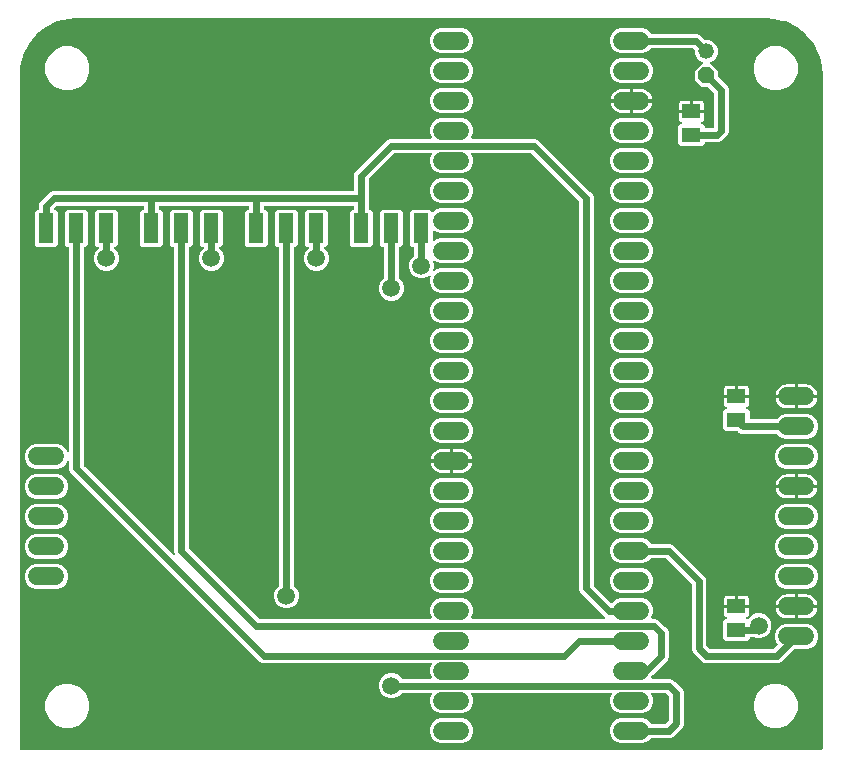
<source format=gbr>
G04 EAGLE Gerber RS-274X export*
G75*
%MOMM*%
%FSLAX34Y34*%
%LPD*%
%INTop Copper*%
%IPPOS*%
%AMOC8*
5,1,8,0,0,1.08239X$1,22.5*%
G01*
%ADD10P,1.429621X8X292.500000*%
%ADD11C,1.320800*%
%ADD12C,1.524000*%
%ADD13R,1.270000X2.540000*%
%ADD14R,1.600000X1.300000*%
%ADD15C,0.609600*%
%ADD16C,1.500000*%

G36*
X338910Y3052D02*
X338910Y3052D01*
X338929Y3050D01*
X339031Y3072D01*
X339133Y3088D01*
X339150Y3098D01*
X339170Y3102D01*
X339259Y3155D01*
X339350Y3204D01*
X339364Y3218D01*
X339381Y3228D01*
X339448Y3307D01*
X339520Y3382D01*
X339528Y3400D01*
X339541Y3415D01*
X339580Y3511D01*
X339623Y3605D01*
X339625Y3625D01*
X339633Y3643D01*
X339651Y3810D01*
X339651Y575350D01*
X339649Y575366D01*
X339650Y575393D01*
X339360Y580564D01*
X339353Y580596D01*
X339342Y580691D01*
X337040Y590775D01*
X337040Y590776D01*
X337040Y590778D01*
X336984Y590936D01*
X332496Y600255D01*
X332495Y600256D01*
X332495Y600257D01*
X332405Y600399D01*
X325956Y608486D01*
X325955Y608487D01*
X325955Y608488D01*
X325836Y608606D01*
X317749Y615055D01*
X317748Y615056D01*
X317747Y615057D01*
X317605Y615146D01*
X308286Y619634D01*
X308284Y619634D01*
X308283Y619635D01*
X308125Y619690D01*
X304998Y620404D01*
X304997Y620404D01*
X301662Y621165D01*
X298327Y621926D01*
X298041Y621992D01*
X298009Y621994D01*
X297914Y622010D01*
X292743Y622300D01*
X292726Y622298D01*
X292700Y622301D01*
X-292900Y622301D01*
X-292916Y622299D01*
X-292943Y622300D01*
X-298114Y622010D01*
X-298146Y622003D01*
X-298241Y621992D01*
X-308325Y619690D01*
X-308326Y619690D01*
X-308328Y619690D01*
X-308486Y619634D01*
X-317805Y615146D01*
X-317806Y615145D01*
X-317807Y615145D01*
X-317949Y615055D01*
X-326036Y608606D01*
X-326037Y608605D01*
X-326038Y608605D01*
X-326156Y608486D01*
X-332605Y600399D01*
X-332606Y600398D01*
X-332607Y600397D01*
X-332696Y600255D01*
X-337184Y590936D01*
X-337184Y590934D01*
X-337185Y590933D01*
X-337240Y590775D01*
X-339542Y580691D01*
X-339544Y580659D01*
X-339560Y580564D01*
X-339850Y575393D01*
X-339848Y575376D01*
X-339851Y575350D01*
X-339851Y3810D01*
X-339848Y3790D01*
X-339850Y3771D01*
X-339828Y3669D01*
X-339812Y3567D01*
X-339802Y3550D01*
X-339798Y3530D01*
X-339745Y3441D01*
X-339696Y3350D01*
X-339682Y3336D01*
X-339672Y3319D01*
X-339593Y3252D01*
X-339518Y3180D01*
X-339500Y3172D01*
X-339485Y3159D01*
X-339389Y3120D01*
X-339295Y3077D01*
X-339275Y3075D01*
X-339257Y3067D01*
X-339090Y3049D01*
X338890Y3049D01*
X338910Y3052D01*
G37*
%LPC*%
G36*
X168058Y8381D02*
X168058Y8381D01*
X164137Y10005D01*
X161135Y13007D01*
X159511Y16928D01*
X159511Y21172D01*
X161135Y25093D01*
X164137Y28095D01*
X168058Y29719D01*
X187542Y29719D01*
X191463Y28095D01*
X194188Y25370D01*
X194262Y25317D01*
X194332Y25257D01*
X194362Y25245D01*
X194388Y25226D01*
X194475Y25199D01*
X194560Y25165D01*
X194601Y25161D01*
X194623Y25154D01*
X194655Y25155D01*
X194726Y25147D01*
X206709Y25147D01*
X206799Y25161D01*
X206890Y25169D01*
X206920Y25181D01*
X206952Y25186D01*
X207033Y25229D01*
X207117Y25265D01*
X207149Y25291D01*
X207169Y25302D01*
X207192Y25325D01*
X207248Y25370D01*
X209580Y27702D01*
X209633Y27776D01*
X209693Y27846D01*
X209705Y27876D01*
X209724Y27902D01*
X209751Y27989D01*
X209785Y28074D01*
X209789Y28115D01*
X209796Y28137D01*
X209795Y28169D01*
X209803Y28241D01*
X209803Y47959D01*
X209798Y47992D01*
X209799Y48002D01*
X209788Y48051D01*
X209781Y48140D01*
X209769Y48170D01*
X209764Y48202D01*
X209750Y48227D01*
X209747Y48242D01*
X209716Y48294D01*
X209685Y48367D01*
X209659Y48399D01*
X209648Y48419D01*
X209631Y48436D01*
X209621Y48453D01*
X209605Y48467D01*
X209580Y48498D01*
X207248Y50830D01*
X207174Y50883D01*
X207104Y50943D01*
X207074Y50955D01*
X207048Y50974D01*
X206961Y51001D01*
X206876Y51035D01*
X206835Y51039D01*
X206813Y51046D01*
X206781Y51045D01*
X206709Y51053D01*
X195372Y51053D01*
X195327Y51046D01*
X195281Y51048D01*
X195206Y51026D01*
X195129Y51014D01*
X195089Y50992D01*
X195045Y50979D01*
X194981Y50935D01*
X194912Y50898D01*
X194880Y50865D01*
X194842Y50839D01*
X194796Y50776D01*
X194742Y50720D01*
X194723Y50678D01*
X194696Y50642D01*
X194672Y50568D01*
X194639Y50497D01*
X194634Y50451D01*
X194619Y50408D01*
X194620Y50330D01*
X194612Y50253D01*
X194621Y50208D01*
X194622Y50162D01*
X194660Y50030D01*
X194664Y50012D01*
X194666Y50008D01*
X194669Y50001D01*
X196089Y46572D01*
X196089Y42328D01*
X194465Y38407D01*
X191463Y35405D01*
X187542Y33781D01*
X168058Y33781D01*
X164137Y35405D01*
X161135Y38407D01*
X159511Y42328D01*
X159511Y46572D01*
X160931Y50001D01*
X160940Y50035D01*
X160942Y50041D01*
X160943Y50048D01*
X160961Y50087D01*
X160970Y50164D01*
X160988Y50240D01*
X160983Y50286D01*
X160988Y50331D01*
X160972Y50408D01*
X160964Y50485D01*
X160946Y50527D01*
X160936Y50572D01*
X160896Y50639D01*
X160864Y50710D01*
X160833Y50744D01*
X160810Y50783D01*
X160751Y50834D01*
X160698Y50891D01*
X160658Y50913D01*
X160623Y50943D01*
X160551Y50972D01*
X160483Y51009D01*
X160437Y51018D01*
X160395Y51035D01*
X160259Y51050D01*
X160241Y51053D01*
X160236Y51052D01*
X160228Y51053D01*
X42972Y51053D01*
X42927Y51046D01*
X42881Y51048D01*
X42806Y51026D01*
X42729Y51014D01*
X42689Y50992D01*
X42645Y50979D01*
X42581Y50935D01*
X42512Y50898D01*
X42480Y50865D01*
X42442Y50839D01*
X42396Y50776D01*
X42342Y50720D01*
X42323Y50678D01*
X42296Y50642D01*
X42272Y50568D01*
X42239Y50497D01*
X42234Y50451D01*
X42219Y50408D01*
X42220Y50330D01*
X42212Y50253D01*
X42221Y50208D01*
X42222Y50162D01*
X42260Y50030D01*
X42264Y50012D01*
X42266Y50008D01*
X42269Y50001D01*
X43689Y46572D01*
X43689Y42328D01*
X42065Y38407D01*
X39063Y35405D01*
X35142Y33781D01*
X15658Y33781D01*
X11737Y35405D01*
X8735Y38407D01*
X7111Y42328D01*
X7111Y46572D01*
X8531Y50001D01*
X8540Y50035D01*
X8542Y50041D01*
X8543Y50048D01*
X8561Y50087D01*
X8570Y50164D01*
X8588Y50240D01*
X8583Y50286D01*
X8588Y50331D01*
X8572Y50408D01*
X8564Y50485D01*
X8546Y50527D01*
X8536Y50572D01*
X8496Y50639D01*
X8464Y50710D01*
X8433Y50744D01*
X8410Y50783D01*
X8351Y50834D01*
X8298Y50891D01*
X8258Y50913D01*
X8223Y50943D01*
X8151Y50972D01*
X8083Y51009D01*
X8037Y51018D01*
X7995Y51035D01*
X7859Y51050D01*
X7841Y51053D01*
X7836Y51052D01*
X7828Y51053D01*
X-16263Y51053D01*
X-16353Y51039D01*
X-16444Y51031D01*
X-16474Y51019D01*
X-16506Y51014D01*
X-16587Y50971D01*
X-16671Y50935D01*
X-16703Y50909D01*
X-16723Y50898D01*
X-16746Y50875D01*
X-16802Y50830D01*
X-19425Y48207D01*
X-23302Y46601D01*
X-27498Y46601D01*
X-31375Y48207D01*
X-34343Y51175D01*
X-35949Y55052D01*
X-35949Y59248D01*
X-34343Y63125D01*
X-31375Y66093D01*
X-27498Y67699D01*
X-23302Y67699D01*
X-19425Y66093D01*
X-16802Y63470D01*
X-16728Y63417D01*
X-16658Y63357D01*
X-16628Y63345D01*
X-16602Y63326D01*
X-16515Y63299D01*
X-16430Y63265D01*
X-16389Y63261D01*
X-16367Y63254D01*
X-16335Y63255D01*
X-16263Y63247D01*
X7828Y63247D01*
X7873Y63254D01*
X7919Y63252D01*
X7994Y63274D01*
X8071Y63286D01*
X8111Y63308D01*
X8155Y63321D01*
X8219Y63365D01*
X8288Y63402D01*
X8320Y63435D01*
X8358Y63461D01*
X8404Y63524D01*
X8458Y63580D01*
X8477Y63622D01*
X8504Y63658D01*
X8528Y63732D01*
X8561Y63803D01*
X8566Y63849D01*
X8581Y63892D01*
X8580Y63970D01*
X8588Y64047D01*
X8579Y64092D01*
X8578Y64138D01*
X8540Y64270D01*
X8536Y64288D01*
X8534Y64292D01*
X8531Y64299D01*
X7111Y67728D01*
X7111Y71972D01*
X8531Y75401D01*
X8542Y75445D01*
X8561Y75487D01*
X8570Y75564D01*
X8588Y75640D01*
X8583Y75686D01*
X8588Y75731D01*
X8572Y75808D01*
X8564Y75885D01*
X8546Y75927D01*
X8536Y75972D01*
X8496Y76039D01*
X8464Y76110D01*
X8433Y76144D01*
X8410Y76183D01*
X8351Y76234D01*
X8298Y76291D01*
X8258Y76313D01*
X8223Y76343D01*
X8151Y76372D01*
X8083Y76409D01*
X8037Y76418D01*
X7995Y76435D01*
X7859Y76450D01*
X7841Y76453D01*
X7836Y76452D01*
X7828Y76453D01*
X-134563Y76453D01*
X-136804Y77381D01*
X-297269Y237846D01*
X-298197Y240087D01*
X-298197Y247800D01*
X-298212Y247896D01*
X-298222Y247993D01*
X-298232Y248017D01*
X-298236Y248043D01*
X-298282Y248129D01*
X-298322Y248218D01*
X-298339Y248237D01*
X-298352Y248260D01*
X-298422Y248327D01*
X-298488Y248399D01*
X-298511Y248412D01*
X-298530Y248430D01*
X-298618Y248471D01*
X-298704Y248518D01*
X-298729Y248522D01*
X-298753Y248533D01*
X-298850Y248544D01*
X-298946Y248561D01*
X-298972Y248557D01*
X-298997Y248560D01*
X-299093Y248540D01*
X-299189Y248526D01*
X-299212Y248514D01*
X-299238Y248508D01*
X-299321Y248458D01*
X-299408Y248414D01*
X-299427Y248395D01*
X-299449Y248382D01*
X-299512Y248308D01*
X-299580Y248238D01*
X-299596Y248210D01*
X-299609Y248195D01*
X-299621Y248164D01*
X-299661Y248091D01*
X-300835Y245257D01*
X-303837Y242255D01*
X-307758Y240631D01*
X-327242Y240631D01*
X-331163Y242255D01*
X-334165Y245257D01*
X-335789Y249178D01*
X-335789Y253422D01*
X-334165Y257343D01*
X-331163Y260345D01*
X-327242Y261969D01*
X-307758Y261969D01*
X-303837Y260345D01*
X-300835Y257343D01*
X-299661Y254509D01*
X-299610Y254426D01*
X-299564Y254340D01*
X-299546Y254322D01*
X-299532Y254299D01*
X-299456Y254237D01*
X-299386Y254170D01*
X-299362Y254159D01*
X-299342Y254143D01*
X-299251Y254108D01*
X-299163Y254067D01*
X-299137Y254064D01*
X-299113Y254054D01*
X-299015Y254050D01*
X-298919Y254040D01*
X-298893Y254045D01*
X-298867Y254044D01*
X-298773Y254071D01*
X-298678Y254092D01*
X-298656Y254105D01*
X-298631Y254113D01*
X-298551Y254168D01*
X-298467Y254218D01*
X-298450Y254238D01*
X-298429Y254253D01*
X-298370Y254331D01*
X-298307Y254405D01*
X-298297Y254429D01*
X-298282Y254450D01*
X-298252Y254543D01*
X-298215Y254633D01*
X-298212Y254666D01*
X-298206Y254684D01*
X-298206Y254717D01*
X-298197Y254800D01*
X-298197Y427990D01*
X-298200Y428010D01*
X-298198Y428029D01*
X-298220Y428131D01*
X-298236Y428233D01*
X-298246Y428250D01*
X-298250Y428270D01*
X-298303Y428359D01*
X-298352Y428450D01*
X-298366Y428464D01*
X-298376Y428481D01*
X-298455Y428548D01*
X-298530Y428620D01*
X-298548Y428628D01*
X-298563Y428641D01*
X-298659Y428680D01*
X-298753Y428723D01*
X-298773Y428725D01*
X-298791Y428733D01*
X-298958Y428751D01*
X-299713Y428751D01*
X-301499Y430537D01*
X-301499Y458463D01*
X-299713Y460249D01*
X-284487Y460249D01*
X-282701Y458463D01*
X-282701Y430537D01*
X-284487Y428751D01*
X-285242Y428751D01*
X-285262Y428748D01*
X-285281Y428750D01*
X-285383Y428728D01*
X-285485Y428712D01*
X-285502Y428702D01*
X-285522Y428698D01*
X-285611Y428645D01*
X-285702Y428596D01*
X-285716Y428582D01*
X-285733Y428572D01*
X-285800Y428493D01*
X-285872Y428418D01*
X-285880Y428400D01*
X-285893Y428385D01*
X-285932Y428289D01*
X-285975Y428195D01*
X-285977Y428175D01*
X-285985Y428157D01*
X-286003Y427990D01*
X-286003Y244141D01*
X-285989Y244051D01*
X-285981Y243960D01*
X-285969Y243930D01*
X-285964Y243898D01*
X-285921Y243817D01*
X-285885Y243733D01*
X-285859Y243701D01*
X-285848Y243681D01*
X-285825Y243658D01*
X-285780Y243602D01*
X-209798Y167620D01*
X-209719Y167563D01*
X-209644Y167501D01*
X-209619Y167492D01*
X-209598Y167476D01*
X-209505Y167448D01*
X-209414Y167413D01*
X-209388Y167412D01*
X-209363Y167404D01*
X-209266Y167406D01*
X-209168Y167402D01*
X-209143Y167410D01*
X-209117Y167410D01*
X-209025Y167444D01*
X-208932Y167471D01*
X-208911Y167486D01*
X-208886Y167495D01*
X-208810Y167556D01*
X-208730Y167611D01*
X-208714Y167632D01*
X-208694Y167648D01*
X-208641Y167731D01*
X-208583Y167809D01*
X-208575Y167833D01*
X-208561Y167855D01*
X-208537Y167950D01*
X-208507Y168042D01*
X-208507Y168069D01*
X-208501Y168094D01*
X-208508Y168191D01*
X-208509Y168288D01*
X-208519Y168320D01*
X-208520Y168339D01*
X-208533Y168369D01*
X-208556Y168449D01*
X-209297Y170237D01*
X-209297Y427990D01*
X-209300Y428010D01*
X-209298Y428029D01*
X-209320Y428131D01*
X-209336Y428233D01*
X-209346Y428250D01*
X-209350Y428270D01*
X-209403Y428359D01*
X-209452Y428450D01*
X-209466Y428464D01*
X-209476Y428481D01*
X-209555Y428548D01*
X-209630Y428620D01*
X-209648Y428628D01*
X-209663Y428641D01*
X-209759Y428680D01*
X-209853Y428723D01*
X-209873Y428725D01*
X-209891Y428733D01*
X-210058Y428751D01*
X-210813Y428751D01*
X-212599Y430537D01*
X-212599Y458463D01*
X-210813Y460249D01*
X-195587Y460249D01*
X-193801Y458463D01*
X-193801Y430537D01*
X-195587Y428751D01*
X-196342Y428751D01*
X-196362Y428748D01*
X-196381Y428750D01*
X-196483Y428728D01*
X-196585Y428712D01*
X-196602Y428702D01*
X-196622Y428698D01*
X-196711Y428645D01*
X-196802Y428596D01*
X-196816Y428582D01*
X-196833Y428572D01*
X-196900Y428493D01*
X-196972Y428418D01*
X-196980Y428400D01*
X-196993Y428385D01*
X-197032Y428289D01*
X-197075Y428195D01*
X-197077Y428175D01*
X-197085Y428157D01*
X-197103Y427990D01*
X-197103Y174291D01*
X-197089Y174201D01*
X-197081Y174110D01*
X-197069Y174080D01*
X-197064Y174048D01*
X-197021Y173967D01*
X-196985Y173883D01*
X-196959Y173851D01*
X-196948Y173831D01*
X-196925Y173808D01*
X-196880Y173752D01*
X-137398Y114270D01*
X-137324Y114217D01*
X-137254Y114157D01*
X-137224Y114145D01*
X-137198Y114126D01*
X-137111Y114099D01*
X-137026Y114065D01*
X-136985Y114061D01*
X-136963Y114054D01*
X-136931Y114055D01*
X-136859Y114047D01*
X7828Y114047D01*
X7873Y114054D01*
X7919Y114052D01*
X7994Y114074D01*
X8071Y114086D01*
X8111Y114108D01*
X8155Y114121D01*
X8219Y114165D01*
X8288Y114202D01*
X8320Y114235D01*
X8358Y114261D01*
X8404Y114324D01*
X8458Y114380D01*
X8477Y114422D01*
X8504Y114458D01*
X8528Y114532D01*
X8561Y114603D01*
X8566Y114649D01*
X8581Y114692D01*
X8580Y114770D01*
X8588Y114847D01*
X8579Y114892D01*
X8578Y114938D01*
X8540Y115070D01*
X8536Y115088D01*
X8534Y115092D01*
X8531Y115099D01*
X7111Y118528D01*
X7111Y122772D01*
X8735Y126693D01*
X11737Y129695D01*
X15658Y131319D01*
X35142Y131319D01*
X39063Y129695D01*
X42065Y126693D01*
X43689Y122772D01*
X43689Y118528D01*
X42269Y115099D01*
X42258Y115055D01*
X42239Y115013D01*
X42230Y114936D01*
X42212Y114860D01*
X42217Y114814D01*
X42212Y114769D01*
X42228Y114692D01*
X42236Y114615D01*
X42254Y114573D01*
X42264Y114528D01*
X42304Y114461D01*
X42336Y114390D01*
X42367Y114356D01*
X42390Y114317D01*
X42449Y114266D01*
X42502Y114209D01*
X42542Y114187D01*
X42577Y114157D01*
X42649Y114128D01*
X42717Y114091D01*
X42763Y114082D01*
X42805Y114065D01*
X42941Y114050D01*
X42959Y114047D01*
X42964Y114048D01*
X42972Y114047D01*
X154933Y114047D01*
X155029Y114062D01*
X155126Y114072D01*
X155150Y114082D01*
X155176Y114086D01*
X155262Y114132D01*
X155351Y114172D01*
X155370Y114189D01*
X155393Y114202D01*
X155460Y114272D01*
X155532Y114338D01*
X155545Y114361D01*
X155563Y114380D01*
X155604Y114468D01*
X155651Y114554D01*
X155655Y114579D01*
X155666Y114603D01*
X155677Y114700D01*
X155694Y114796D01*
X155690Y114822D01*
X155693Y114847D01*
X155673Y114943D01*
X155658Y115039D01*
X155647Y115062D01*
X155641Y115088D01*
X155591Y115172D01*
X155547Y115258D01*
X155528Y115277D01*
X155515Y115299D01*
X155441Y115362D01*
X155371Y115431D01*
X155343Y115446D01*
X155328Y115459D01*
X155313Y115465D01*
X134531Y136246D01*
X133603Y138487D01*
X133603Y467059D01*
X133589Y467149D01*
X133581Y467240D01*
X133569Y467270D01*
X133564Y467302D01*
X133521Y467383D01*
X133485Y467467D01*
X133459Y467499D01*
X133448Y467519D01*
X133425Y467542D01*
X133380Y467598D01*
X92948Y508030D01*
X92874Y508083D01*
X92804Y508143D01*
X92774Y508155D01*
X92748Y508174D01*
X92661Y508201D01*
X92576Y508235D01*
X92535Y508239D01*
X92513Y508246D01*
X92481Y508245D01*
X92409Y508253D01*
X42972Y508253D01*
X42927Y508246D01*
X42881Y508248D01*
X42806Y508226D01*
X42729Y508214D01*
X42689Y508192D01*
X42645Y508179D01*
X42581Y508135D01*
X42512Y508098D01*
X42480Y508065D01*
X42442Y508039D01*
X42396Y507976D01*
X42342Y507920D01*
X42323Y507878D01*
X42296Y507842D01*
X42272Y507768D01*
X42239Y507697D01*
X42234Y507651D01*
X42219Y507608D01*
X42220Y507530D01*
X42212Y507453D01*
X42221Y507408D01*
X42222Y507362D01*
X42260Y507230D01*
X42264Y507212D01*
X42266Y507208D01*
X42269Y507201D01*
X43689Y503772D01*
X43689Y499528D01*
X42065Y495607D01*
X39063Y492605D01*
X35142Y490981D01*
X15658Y490981D01*
X11737Y492605D01*
X8735Y495607D01*
X7111Y499528D01*
X7111Y503772D01*
X8531Y507201D01*
X8542Y507245D01*
X8561Y507287D01*
X8570Y507364D01*
X8588Y507440D01*
X8583Y507486D01*
X8588Y507531D01*
X8572Y507608D01*
X8564Y507685D01*
X8546Y507727D01*
X8536Y507772D01*
X8496Y507839D01*
X8464Y507910D01*
X8433Y507944D01*
X8410Y507983D01*
X8351Y508034D01*
X8298Y508091D01*
X8258Y508113D01*
X8223Y508143D01*
X8151Y508172D01*
X8083Y508209D01*
X8037Y508218D01*
X7995Y508235D01*
X7859Y508250D01*
X7841Y508253D01*
X7836Y508252D01*
X7828Y508253D01*
X-22559Y508253D01*
X-22649Y508239D01*
X-22740Y508231D01*
X-22770Y508219D01*
X-22802Y508214D01*
X-22883Y508171D01*
X-22967Y508135D01*
X-22999Y508109D01*
X-23019Y508098D01*
X-23042Y508075D01*
X-23098Y508030D01*
X-44480Y486648D01*
X-44533Y486574D01*
X-44593Y486504D01*
X-44605Y486474D01*
X-44624Y486448D01*
X-44651Y486361D01*
X-44685Y486276D01*
X-44689Y486235D01*
X-44696Y486213D01*
X-44695Y486181D01*
X-44703Y486109D01*
X-44703Y461010D01*
X-44700Y460990D01*
X-44702Y460971D01*
X-44680Y460869D01*
X-44664Y460767D01*
X-44654Y460750D01*
X-44650Y460730D01*
X-44597Y460641D01*
X-44548Y460550D01*
X-44534Y460536D01*
X-44524Y460519D01*
X-44445Y460452D01*
X-44370Y460380D01*
X-44352Y460372D01*
X-44337Y460359D01*
X-44241Y460320D01*
X-44147Y460277D01*
X-44127Y460275D01*
X-44109Y460267D01*
X-43942Y460249D01*
X-43187Y460249D01*
X-41401Y458463D01*
X-41401Y430537D01*
X-43187Y428751D01*
X-58413Y428751D01*
X-60199Y430537D01*
X-60199Y458463D01*
X-58413Y460249D01*
X-57658Y460249D01*
X-57638Y460252D01*
X-57619Y460250D01*
X-57517Y460272D01*
X-57415Y460288D01*
X-57398Y460298D01*
X-57378Y460302D01*
X-57289Y460355D01*
X-57198Y460404D01*
X-57184Y460418D01*
X-57167Y460428D01*
X-57100Y460507D01*
X-57028Y460582D01*
X-57020Y460600D01*
X-57007Y460615D01*
X-56968Y460711D01*
X-56925Y460805D01*
X-56923Y460825D01*
X-56915Y460843D01*
X-56897Y461010D01*
X-56897Y463042D01*
X-56900Y463062D01*
X-56898Y463081D01*
X-56920Y463183D01*
X-56936Y463285D01*
X-56946Y463302D01*
X-56950Y463322D01*
X-57003Y463411D01*
X-57052Y463502D01*
X-57066Y463516D01*
X-57076Y463533D01*
X-57155Y463600D01*
X-57230Y463672D01*
X-57248Y463680D01*
X-57263Y463693D01*
X-57359Y463732D01*
X-57453Y463775D01*
X-57473Y463777D01*
X-57491Y463785D01*
X-57658Y463803D01*
X-132842Y463803D01*
X-132862Y463800D01*
X-132881Y463802D01*
X-132983Y463780D01*
X-133085Y463764D01*
X-133102Y463754D01*
X-133122Y463750D01*
X-133211Y463697D01*
X-133302Y463648D01*
X-133316Y463634D01*
X-133333Y463624D01*
X-133400Y463545D01*
X-133472Y463470D01*
X-133480Y463452D01*
X-133493Y463437D01*
X-133532Y463341D01*
X-133575Y463247D01*
X-133577Y463227D01*
X-133585Y463209D01*
X-133603Y463042D01*
X-133603Y461010D01*
X-133600Y460990D01*
X-133602Y460971D01*
X-133580Y460869D01*
X-133564Y460767D01*
X-133554Y460750D01*
X-133550Y460730D01*
X-133497Y460641D01*
X-133448Y460550D01*
X-133434Y460536D01*
X-133424Y460519D01*
X-133345Y460452D01*
X-133270Y460380D01*
X-133252Y460372D01*
X-133237Y460359D01*
X-133141Y460320D01*
X-133047Y460277D01*
X-133027Y460275D01*
X-133009Y460267D01*
X-132842Y460249D01*
X-132087Y460249D01*
X-130301Y458463D01*
X-130301Y430537D01*
X-132087Y428751D01*
X-147313Y428751D01*
X-149099Y430537D01*
X-149099Y458463D01*
X-147313Y460249D01*
X-146558Y460249D01*
X-146538Y460252D01*
X-146519Y460250D01*
X-146417Y460272D01*
X-146315Y460288D01*
X-146298Y460298D01*
X-146278Y460302D01*
X-146189Y460355D01*
X-146098Y460404D01*
X-146084Y460418D01*
X-146067Y460428D01*
X-146000Y460507D01*
X-145928Y460582D01*
X-145920Y460600D01*
X-145907Y460615D01*
X-145868Y460711D01*
X-145825Y460805D01*
X-145823Y460825D01*
X-145815Y460843D01*
X-145797Y461010D01*
X-145797Y463042D01*
X-145800Y463062D01*
X-145798Y463081D01*
X-145820Y463183D01*
X-145836Y463285D01*
X-145846Y463302D01*
X-145850Y463322D01*
X-145903Y463411D01*
X-145952Y463502D01*
X-145966Y463516D01*
X-145976Y463533D01*
X-146055Y463600D01*
X-146130Y463672D01*
X-146148Y463680D01*
X-146163Y463693D01*
X-146259Y463732D01*
X-146353Y463775D01*
X-146373Y463777D01*
X-146391Y463785D01*
X-146558Y463803D01*
X-221742Y463803D01*
X-221762Y463800D01*
X-221781Y463802D01*
X-221883Y463780D01*
X-221985Y463764D01*
X-222002Y463754D01*
X-222022Y463750D01*
X-222111Y463697D01*
X-222202Y463648D01*
X-222216Y463634D01*
X-222233Y463624D01*
X-222300Y463545D01*
X-222372Y463470D01*
X-222380Y463452D01*
X-222393Y463437D01*
X-222432Y463341D01*
X-222475Y463247D01*
X-222477Y463227D01*
X-222485Y463209D01*
X-222503Y463042D01*
X-222503Y461010D01*
X-222500Y460990D01*
X-222502Y460971D01*
X-222480Y460869D01*
X-222464Y460767D01*
X-222454Y460750D01*
X-222450Y460730D01*
X-222397Y460641D01*
X-222348Y460550D01*
X-222334Y460536D01*
X-222324Y460519D01*
X-222245Y460452D01*
X-222170Y460380D01*
X-222152Y460372D01*
X-222137Y460359D01*
X-222041Y460320D01*
X-221947Y460277D01*
X-221927Y460275D01*
X-221909Y460267D01*
X-221742Y460249D01*
X-220987Y460249D01*
X-219201Y458463D01*
X-219201Y430537D01*
X-220987Y428751D01*
X-236213Y428751D01*
X-237999Y430537D01*
X-237999Y458463D01*
X-236213Y460249D01*
X-235458Y460249D01*
X-235438Y460252D01*
X-235419Y460250D01*
X-235317Y460272D01*
X-235215Y460288D01*
X-235198Y460298D01*
X-235178Y460302D01*
X-235089Y460355D01*
X-234998Y460404D01*
X-234984Y460418D01*
X-234967Y460428D01*
X-234900Y460507D01*
X-234828Y460582D01*
X-234820Y460600D01*
X-234807Y460615D01*
X-234768Y460711D01*
X-234725Y460805D01*
X-234723Y460825D01*
X-234715Y460843D01*
X-234697Y461010D01*
X-234697Y463042D01*
X-234700Y463062D01*
X-234698Y463081D01*
X-234720Y463183D01*
X-234736Y463285D01*
X-234746Y463302D01*
X-234750Y463322D01*
X-234803Y463411D01*
X-234852Y463502D01*
X-234866Y463516D01*
X-234876Y463533D01*
X-234955Y463600D01*
X-235030Y463672D01*
X-235048Y463680D01*
X-235063Y463693D01*
X-235159Y463732D01*
X-235253Y463775D01*
X-235273Y463777D01*
X-235291Y463785D01*
X-235458Y463803D01*
X-308309Y463803D01*
X-308399Y463789D01*
X-308490Y463781D01*
X-308520Y463769D01*
X-308552Y463764D01*
X-308633Y463721D01*
X-308717Y463685D01*
X-308749Y463659D01*
X-308769Y463648D01*
X-308792Y463625D01*
X-308848Y463580D01*
X-310880Y461548D01*
X-310922Y461490D01*
X-310971Y461438D01*
X-310993Y461391D01*
X-311023Y461349D01*
X-311044Y461280D01*
X-311075Y461215D01*
X-311080Y461163D01*
X-311096Y461113D01*
X-311094Y461042D01*
X-311102Y460971D01*
X-311091Y460920D01*
X-311089Y460868D01*
X-311065Y460800D01*
X-311049Y460730D01*
X-311023Y460685D01*
X-311005Y460637D01*
X-310960Y460581D01*
X-310923Y460519D01*
X-310884Y460485D01*
X-310851Y460445D01*
X-310791Y460406D01*
X-310736Y460359D01*
X-310688Y460340D01*
X-310644Y460312D01*
X-310575Y460294D01*
X-310508Y460267D01*
X-310437Y460259D01*
X-310406Y460251D01*
X-310382Y460253D01*
X-310341Y460249D01*
X-309887Y460249D01*
X-308101Y458463D01*
X-308101Y430537D01*
X-309887Y428751D01*
X-325113Y428751D01*
X-326899Y430537D01*
X-326899Y458463D01*
X-325113Y460249D01*
X-324358Y460249D01*
X-324338Y460252D01*
X-324319Y460250D01*
X-324217Y460272D01*
X-324115Y460288D01*
X-324098Y460298D01*
X-324078Y460302D01*
X-323989Y460355D01*
X-323898Y460404D01*
X-323884Y460418D01*
X-323867Y460428D01*
X-323800Y460507D01*
X-323728Y460582D01*
X-323720Y460600D01*
X-323707Y460615D01*
X-323668Y460711D01*
X-323625Y460805D01*
X-323623Y460825D01*
X-323615Y460843D01*
X-323597Y461010D01*
X-323597Y464763D01*
X-322669Y467004D01*
X-314604Y475069D01*
X-312363Y475997D01*
X-57658Y475997D01*
X-57638Y476000D01*
X-57619Y475998D01*
X-57517Y476020D01*
X-57415Y476036D01*
X-57398Y476046D01*
X-57378Y476050D01*
X-57289Y476103D01*
X-57198Y476152D01*
X-57184Y476166D01*
X-57167Y476176D01*
X-57100Y476255D01*
X-57028Y476330D01*
X-57020Y476348D01*
X-57007Y476363D01*
X-56968Y476459D01*
X-56925Y476553D01*
X-56923Y476573D01*
X-56915Y476591D01*
X-56897Y476758D01*
X-56897Y490163D01*
X-55969Y492404D01*
X-28854Y519519D01*
X-26613Y520447D01*
X7828Y520447D01*
X7873Y520454D01*
X7919Y520452D01*
X7994Y520474D01*
X8071Y520486D01*
X8111Y520508D01*
X8155Y520521D01*
X8219Y520565D01*
X8288Y520602D01*
X8320Y520635D01*
X8358Y520661D01*
X8404Y520724D01*
X8458Y520780D01*
X8477Y520822D01*
X8504Y520858D01*
X8528Y520932D01*
X8561Y521003D01*
X8566Y521049D01*
X8581Y521092D01*
X8580Y521170D01*
X8588Y521247D01*
X8579Y521292D01*
X8578Y521338D01*
X8540Y521470D01*
X8536Y521488D01*
X8534Y521492D01*
X8531Y521499D01*
X7111Y524928D01*
X7111Y529172D01*
X8735Y533093D01*
X11737Y536095D01*
X15658Y537719D01*
X35142Y537719D01*
X39063Y536095D01*
X42065Y533093D01*
X43689Y529172D01*
X43689Y524928D01*
X42269Y521499D01*
X42258Y521455D01*
X42239Y521413D01*
X42230Y521336D01*
X42212Y521260D01*
X42217Y521214D01*
X42212Y521169D01*
X42228Y521092D01*
X42236Y521015D01*
X42254Y520973D01*
X42264Y520928D01*
X42304Y520861D01*
X42336Y520790D01*
X42367Y520756D01*
X42390Y520717D01*
X42449Y520666D01*
X42502Y520609D01*
X42542Y520587D01*
X42577Y520557D01*
X42649Y520528D01*
X42717Y520491D01*
X42763Y520482D01*
X42805Y520465D01*
X42941Y520450D01*
X42959Y520447D01*
X42964Y520448D01*
X42972Y520447D01*
X96463Y520447D01*
X98704Y519519D01*
X100526Y517696D01*
X143046Y475176D01*
X143047Y475176D01*
X144869Y473354D01*
X145797Y471113D01*
X145797Y142541D01*
X145811Y142451D01*
X145819Y142360D01*
X145831Y142330D01*
X145836Y142298D01*
X145879Y142217D01*
X145915Y142133D01*
X145941Y142101D01*
X145952Y142081D01*
X145975Y142058D01*
X146020Y142002D01*
X160694Y127328D01*
X160710Y127317D01*
X160722Y127301D01*
X160801Y127250D01*
X160810Y127243D01*
X160816Y127240D01*
X160894Y127185D01*
X160913Y127179D01*
X160929Y127168D01*
X161030Y127143D01*
X161129Y127112D01*
X161149Y127113D01*
X161168Y127108D01*
X161271Y127116D01*
X161375Y127119D01*
X161393Y127126D01*
X161413Y127127D01*
X161508Y127168D01*
X161606Y127203D01*
X161621Y127216D01*
X161639Y127223D01*
X161719Y127287D01*
X161720Y127288D01*
X161770Y127328D01*
X164137Y129695D01*
X168058Y131319D01*
X187542Y131319D01*
X191463Y129695D01*
X194465Y126693D01*
X196089Y122772D01*
X196089Y118528D01*
X194669Y115099D01*
X194658Y115055D01*
X194639Y115013D01*
X194630Y114936D01*
X194612Y114860D01*
X194617Y114814D01*
X194612Y114769D01*
X194628Y114692D01*
X194636Y114615D01*
X194654Y114573D01*
X194664Y114528D01*
X194704Y114461D01*
X194736Y114390D01*
X194767Y114356D01*
X194790Y114317D01*
X194849Y114266D01*
X194902Y114209D01*
X194942Y114187D01*
X194977Y114157D01*
X195049Y114128D01*
X195117Y114091D01*
X195163Y114082D01*
X195205Y114065D01*
X195341Y114050D01*
X195359Y114047D01*
X195364Y114048D01*
X195372Y114047D01*
X198063Y114047D01*
X200304Y113119D01*
X202126Y111297D01*
X202126Y111296D01*
X206546Y106876D01*
X208369Y105054D01*
X209297Y102813D01*
X209297Y81337D01*
X208369Y79096D01*
X195776Y66504D01*
X195552Y66279D01*
X195513Y66226D01*
X195467Y66179D01*
X195427Y66107D01*
X195408Y66080D01*
X195402Y66061D01*
X195386Y66032D01*
X194669Y64299D01*
X194658Y64255D01*
X194639Y64213D01*
X194630Y64136D01*
X194612Y64060D01*
X194617Y64014D01*
X194612Y63969D01*
X194628Y63892D01*
X194636Y63815D01*
X194654Y63773D01*
X194664Y63728D01*
X194704Y63661D01*
X194736Y63590D01*
X194767Y63556D01*
X194790Y63517D01*
X194849Y63466D01*
X194902Y63409D01*
X194942Y63387D01*
X194977Y63357D01*
X195049Y63328D01*
X195117Y63291D01*
X195163Y63282D01*
X195205Y63265D01*
X195341Y63250D01*
X195359Y63247D01*
X195364Y63248D01*
X195372Y63247D01*
X210763Y63247D01*
X213004Y62319D01*
X214826Y60497D01*
X214826Y60496D01*
X221069Y54254D01*
X221997Y52013D01*
X221997Y24187D01*
X221069Y21946D01*
X219247Y20124D01*
X219246Y20124D01*
X214826Y15704D01*
X214826Y15703D01*
X213004Y13881D01*
X210763Y12953D01*
X194726Y12953D01*
X194636Y12939D01*
X194545Y12931D01*
X194516Y12919D01*
X194484Y12914D01*
X194403Y12871D01*
X194319Y12835D01*
X194287Y12809D01*
X194266Y12798D01*
X194259Y12791D01*
X194258Y12790D01*
X194242Y12774D01*
X194188Y12730D01*
X191463Y10005D01*
X187542Y8381D01*
X168058Y8381D01*
G37*
%LPD*%
%LPC*%
G36*
X-116398Y122801D02*
X-116398Y122801D01*
X-120275Y124407D01*
X-123243Y127375D01*
X-124849Y131252D01*
X-124849Y135448D01*
X-123243Y139325D01*
X-120620Y141948D01*
X-120567Y142022D01*
X-120507Y142092D01*
X-120495Y142122D01*
X-120476Y142148D01*
X-120449Y142235D01*
X-120415Y142320D01*
X-120411Y142361D01*
X-120404Y142383D01*
X-120405Y142415D01*
X-120397Y142487D01*
X-120397Y427990D01*
X-120400Y428010D01*
X-120398Y428029D01*
X-120420Y428131D01*
X-120436Y428233D01*
X-120446Y428250D01*
X-120450Y428270D01*
X-120503Y428359D01*
X-120552Y428450D01*
X-120566Y428464D01*
X-120576Y428481D01*
X-120655Y428548D01*
X-120730Y428620D01*
X-120748Y428628D01*
X-120763Y428641D01*
X-120859Y428680D01*
X-120953Y428723D01*
X-120973Y428725D01*
X-120991Y428733D01*
X-121158Y428751D01*
X-121913Y428751D01*
X-123699Y430537D01*
X-123699Y458463D01*
X-121913Y460249D01*
X-106687Y460249D01*
X-104901Y458463D01*
X-104901Y430537D01*
X-106687Y428751D01*
X-107442Y428751D01*
X-107462Y428748D01*
X-107481Y428750D01*
X-107583Y428728D01*
X-107685Y428712D01*
X-107702Y428702D01*
X-107722Y428698D01*
X-107811Y428645D01*
X-107902Y428596D01*
X-107916Y428582D01*
X-107933Y428572D01*
X-108000Y428493D01*
X-108072Y428418D01*
X-108080Y428400D01*
X-108093Y428385D01*
X-108132Y428289D01*
X-108175Y428195D01*
X-108177Y428175D01*
X-108185Y428157D01*
X-108203Y427990D01*
X-108203Y142487D01*
X-108189Y142397D01*
X-108181Y142306D01*
X-108169Y142276D01*
X-108164Y142244D01*
X-108121Y142163D01*
X-108085Y142079D01*
X-108059Y142047D01*
X-108048Y142027D01*
X-108025Y142004D01*
X-107980Y141948D01*
X-105357Y139325D01*
X-103751Y135448D01*
X-103751Y131252D01*
X-105357Y127375D01*
X-108325Y124407D01*
X-112202Y122801D01*
X-116398Y122801D01*
G37*
%LPD*%
%LPC*%
G36*
X240087Y76453D02*
X240087Y76453D01*
X237846Y77381D01*
X229781Y85446D01*
X228853Y87687D01*
X228853Y143209D01*
X228839Y143299D01*
X228831Y143390D01*
X228819Y143420D01*
X228814Y143452D01*
X228771Y143533D01*
X228735Y143617D01*
X228709Y143649D01*
X228698Y143669D01*
X228675Y143692D01*
X228630Y143748D01*
X207248Y165130D01*
X207174Y165183D01*
X207104Y165243D01*
X207074Y165255D01*
X207048Y165274D01*
X206961Y165301D01*
X206876Y165335D01*
X206835Y165339D01*
X206813Y165346D01*
X206781Y165345D01*
X206709Y165353D01*
X194726Y165353D01*
X194636Y165339D01*
X194545Y165331D01*
X194516Y165319D01*
X194484Y165314D01*
X194403Y165271D01*
X194319Y165235D01*
X194287Y165209D01*
X194266Y165198D01*
X194244Y165175D01*
X194188Y165130D01*
X191463Y162405D01*
X187542Y160781D01*
X168058Y160781D01*
X164137Y162405D01*
X161135Y165407D01*
X159511Y169328D01*
X159511Y173572D01*
X161135Y177493D01*
X164137Y180495D01*
X168058Y182119D01*
X187542Y182119D01*
X191463Y180495D01*
X194188Y177770D01*
X194262Y177717D01*
X194332Y177657D01*
X194362Y177645D01*
X194388Y177626D01*
X194475Y177599D01*
X194560Y177565D01*
X194601Y177561D01*
X194623Y177554D01*
X194655Y177555D01*
X194726Y177547D01*
X210763Y177547D01*
X213004Y176619D01*
X240119Y149504D01*
X241047Y147263D01*
X241047Y91741D01*
X241061Y91651D01*
X241069Y91560D01*
X241081Y91530D01*
X241086Y91498D01*
X241129Y91417D01*
X241165Y91333D01*
X241191Y91301D01*
X241202Y91281D01*
X241225Y91258D01*
X241270Y91202D01*
X243602Y88870D01*
X243676Y88817D01*
X243746Y88757D01*
X243776Y88745D01*
X243802Y88726D01*
X243889Y88699D01*
X243974Y88665D01*
X244015Y88661D01*
X244037Y88654D01*
X244069Y88655D01*
X244141Y88647D01*
X298309Y88647D01*
X298399Y88661D01*
X298490Y88669D01*
X298520Y88681D01*
X298552Y88686D01*
X298633Y88729D01*
X298717Y88765D01*
X298749Y88791D01*
X298769Y88802D01*
X298792Y88825D01*
X298848Y88870D01*
X301297Y91319D01*
X301308Y91335D01*
X301324Y91347D01*
X301380Y91435D01*
X301440Y91519D01*
X301446Y91538D01*
X301457Y91554D01*
X301482Y91655D01*
X301513Y91754D01*
X301512Y91774D01*
X301517Y91793D01*
X301509Y91896D01*
X301506Y92000D01*
X301499Y92018D01*
X301498Y92038D01*
X301457Y92133D01*
X301422Y92231D01*
X301409Y92246D01*
X301402Y92264D01*
X301297Y92395D01*
X300835Y92857D01*
X299211Y96778D01*
X299211Y101022D01*
X300835Y104943D01*
X303837Y107945D01*
X307758Y109569D01*
X327242Y109569D01*
X331163Y107945D01*
X334165Y104943D01*
X335789Y101022D01*
X335789Y96778D01*
X334165Y92857D01*
X331163Y89855D01*
X327242Y88231D01*
X315769Y88231D01*
X315679Y88217D01*
X315588Y88209D01*
X315558Y88197D01*
X315526Y88192D01*
X315445Y88149D01*
X315361Y88113D01*
X315329Y88087D01*
X315309Y88076D01*
X315286Y88053D01*
X315230Y88008D01*
X304604Y77381D01*
X302363Y76453D01*
X240087Y76453D01*
G37*
%LPD*%
%LPC*%
G36*
X219337Y513851D02*
X219337Y513851D01*
X217551Y515637D01*
X217551Y531163D01*
X219337Y532949D01*
X219747Y532949D01*
X219771Y532953D01*
X219795Y532950D01*
X219892Y532972D01*
X219990Y532988D01*
X220011Y533000D01*
X220035Y533005D01*
X220120Y533057D01*
X220208Y533104D01*
X220224Y533121D01*
X220245Y533134D01*
X220309Y533210D01*
X220377Y533282D01*
X220387Y533304D01*
X220403Y533322D01*
X220439Y533415D01*
X220481Y533505D01*
X220483Y533529D01*
X220492Y533551D01*
X220497Y533651D01*
X220508Y533749D01*
X220503Y533773D01*
X220504Y533797D01*
X220477Y533893D01*
X220455Y533990D01*
X220443Y534010D01*
X220436Y534034D01*
X220380Y534116D01*
X220329Y534201D01*
X220311Y534217D01*
X220297Y534236D01*
X220218Y534296D01*
X220142Y534361D01*
X220120Y534370D01*
X220101Y534384D01*
X219944Y534445D01*
X219619Y534532D01*
X219040Y534867D01*
X218567Y535340D01*
X218232Y535919D01*
X218059Y536566D01*
X218059Y541877D01*
X227838Y541877D01*
X227858Y541880D01*
X227877Y541878D01*
X227979Y541900D01*
X228081Y541917D01*
X228098Y541926D01*
X228118Y541930D01*
X228207Y541983D01*
X228298Y542032D01*
X228312Y542046D01*
X228329Y542056D01*
X228396Y542135D01*
X228467Y542210D01*
X228476Y542228D01*
X228489Y542243D01*
X228528Y542339D01*
X228571Y542433D01*
X228573Y542453D01*
X228581Y542471D01*
X228599Y542638D01*
X228599Y543401D01*
X228601Y543401D01*
X228601Y542638D01*
X228604Y542618D01*
X228602Y542599D01*
X228624Y542497D01*
X228641Y542395D01*
X228650Y542378D01*
X228654Y542358D01*
X228707Y542269D01*
X228756Y542178D01*
X228770Y542164D01*
X228780Y542147D01*
X228859Y542080D01*
X228934Y542009D01*
X228952Y542000D01*
X228967Y541987D01*
X229063Y541948D01*
X229157Y541905D01*
X229177Y541903D01*
X229195Y541895D01*
X229362Y541877D01*
X239141Y541877D01*
X239141Y536566D01*
X238968Y535919D01*
X238633Y535340D01*
X238160Y534867D01*
X237581Y534532D01*
X237256Y534445D01*
X237234Y534435D01*
X237210Y534431D01*
X237122Y534385D01*
X237031Y534344D01*
X237014Y534328D01*
X236992Y534316D01*
X236924Y534244D01*
X236851Y534177D01*
X236840Y534156D01*
X236823Y534138D01*
X236781Y534048D01*
X236734Y533961D01*
X236730Y533937D01*
X236719Y533915D01*
X236709Y533816D01*
X236691Y533718D01*
X236695Y533694D01*
X236692Y533671D01*
X236713Y533574D01*
X236728Y533475D01*
X236739Y533454D01*
X236745Y533430D01*
X236796Y533345D01*
X236841Y533256D01*
X236858Y533240D01*
X236871Y533219D01*
X236946Y533154D01*
X237018Y533085D01*
X237039Y533075D01*
X237058Y533059D01*
X237150Y533022D01*
X237240Y532979D01*
X237263Y532976D01*
X237286Y532967D01*
X237453Y532949D01*
X237863Y532949D01*
X239649Y531163D01*
X239649Y530258D01*
X239652Y530238D01*
X239650Y530219D01*
X239672Y530117D01*
X239688Y530015D01*
X239698Y529998D01*
X239702Y529978D01*
X239755Y529889D01*
X239804Y529798D01*
X239818Y529784D01*
X239828Y529767D01*
X239907Y529700D01*
X239982Y529628D01*
X240000Y529620D01*
X240015Y529607D01*
X240111Y529568D01*
X240205Y529525D01*
X240225Y529523D01*
X240243Y529515D01*
X240410Y529497D01*
X247142Y529497D01*
X247162Y529500D01*
X247181Y529498D01*
X247283Y529520D01*
X247385Y529536D01*
X247402Y529546D01*
X247422Y529550D01*
X247511Y529603D01*
X247602Y529652D01*
X247616Y529666D01*
X247633Y529676D01*
X247700Y529755D01*
X247772Y529830D01*
X247780Y529848D01*
X247793Y529863D01*
X247832Y529959D01*
X247875Y530053D01*
X247877Y530073D01*
X247885Y530091D01*
X247903Y530258D01*
X247903Y558499D01*
X247889Y558589D01*
X247881Y558680D01*
X247869Y558710D01*
X247864Y558742D01*
X247821Y558823D01*
X247785Y558907D01*
X247759Y558939D01*
X247748Y558959D01*
X247725Y558982D01*
X247680Y559038D01*
X242554Y564164D01*
X242480Y564217D01*
X242410Y564277D01*
X242380Y564289D01*
X242354Y564308D01*
X242267Y564335D01*
X242182Y564369D01*
X242141Y564373D01*
X242119Y564380D01*
X242087Y564379D01*
X242015Y564387D01*
X237302Y564387D01*
X231647Y570042D01*
X231647Y578038D01*
X237302Y583693D01*
X238002Y583693D01*
X238098Y583708D01*
X238195Y583718D01*
X238219Y583728D01*
X238245Y583732D01*
X238331Y583778D01*
X238420Y583818D01*
X238439Y583835D01*
X238462Y583848D01*
X238529Y583918D01*
X238601Y583984D01*
X238614Y584007D01*
X238632Y584026D01*
X238673Y584114D01*
X238720Y584200D01*
X238724Y584225D01*
X238735Y584249D01*
X238746Y584346D01*
X238763Y584442D01*
X238760Y584468D01*
X238762Y584493D01*
X238742Y584589D01*
X238728Y584685D01*
X238716Y584708D01*
X238710Y584734D01*
X238660Y584817D01*
X238616Y584904D01*
X238597Y584923D01*
X238584Y584945D01*
X238510Y585008D01*
X238441Y585076D01*
X238412Y585092D01*
X238397Y585105D01*
X238366Y585117D01*
X238294Y585157D01*
X235832Y586177D01*
X233117Y588892D01*
X231647Y592440D01*
X231647Y595075D01*
X231633Y595165D01*
X231625Y595256D01*
X231613Y595286D01*
X231608Y595318D01*
X231565Y595399D01*
X231529Y595483D01*
X231503Y595515D01*
X231492Y595535D01*
X231469Y595558D01*
X231424Y595614D01*
X230108Y596930D01*
X230034Y596983D01*
X229964Y597043D01*
X229934Y597055D01*
X229908Y597074D01*
X229821Y597101D01*
X229736Y597135D01*
X229695Y597139D01*
X229673Y597146D01*
X229641Y597145D01*
X229569Y597153D01*
X194726Y597153D01*
X194636Y597139D01*
X194545Y597131D01*
X194516Y597119D01*
X194484Y597114D01*
X194403Y597071D01*
X194319Y597035D01*
X194287Y597009D01*
X194266Y596998D01*
X194244Y596975D01*
X194188Y596930D01*
X191463Y594205D01*
X187542Y592581D01*
X168058Y592581D01*
X164137Y594205D01*
X161135Y597207D01*
X159511Y601128D01*
X159511Y605372D01*
X161135Y609293D01*
X164137Y612295D01*
X168058Y613919D01*
X187542Y613919D01*
X191463Y612295D01*
X194188Y609570D01*
X194262Y609517D01*
X194332Y609457D01*
X194362Y609445D01*
X194388Y609426D01*
X194475Y609399D01*
X194560Y609365D01*
X194601Y609361D01*
X194623Y609354D01*
X194655Y609355D01*
X194726Y609347D01*
X233623Y609347D01*
X235864Y608419D01*
X240046Y604236D01*
X240120Y604183D01*
X240190Y604123D01*
X240220Y604111D01*
X240246Y604092D01*
X240333Y604065D01*
X240418Y604031D01*
X240459Y604027D01*
X240481Y604020D01*
X240513Y604021D01*
X240585Y604013D01*
X243220Y604013D01*
X246768Y602543D01*
X249483Y599828D01*
X250953Y596280D01*
X250953Y592440D01*
X249483Y588892D01*
X246768Y586177D01*
X244306Y585157D01*
X244224Y585106D01*
X244138Y585060D01*
X244120Y585041D01*
X244097Y585028D01*
X244035Y584953D01*
X243968Y584882D01*
X243957Y584858D01*
X243941Y584838D01*
X243906Y584747D01*
X243865Y584659D01*
X243862Y584633D01*
X243852Y584609D01*
X243848Y584511D01*
X243838Y584415D01*
X243843Y584389D01*
X243842Y584363D01*
X243869Y584269D01*
X243890Y584174D01*
X243903Y584152D01*
X243911Y584127D01*
X243966Y584047D01*
X244016Y583963D01*
X244036Y583946D01*
X244051Y583925D01*
X244129Y583866D01*
X244203Y583803D01*
X244227Y583793D01*
X244248Y583778D01*
X244341Y583748D01*
X244431Y583711D01*
X244464Y583708D01*
X244482Y583702D01*
X244515Y583702D01*
X244598Y583693D01*
X245298Y583693D01*
X250953Y578038D01*
X250953Y573325D01*
X250967Y573235D01*
X250975Y573144D01*
X250987Y573114D01*
X250992Y573082D01*
X251035Y573001D01*
X251071Y572917D01*
X251097Y572885D01*
X251108Y572865D01*
X251131Y572842D01*
X251176Y572786D01*
X259169Y564794D01*
X260097Y562553D01*
X260097Y525837D01*
X259169Y523596D01*
X253804Y518231D01*
X251563Y517303D01*
X240410Y517303D01*
X240390Y517300D01*
X240371Y517302D01*
X240269Y517280D01*
X240167Y517264D01*
X240150Y517254D01*
X240130Y517250D01*
X240041Y517197D01*
X239950Y517148D01*
X239936Y517134D01*
X239919Y517124D01*
X239852Y517045D01*
X239780Y516970D01*
X239772Y516952D01*
X239759Y516937D01*
X239720Y516841D01*
X239677Y516747D01*
X239675Y516727D01*
X239667Y516709D01*
X239649Y516542D01*
X239649Y515637D01*
X237863Y513851D01*
X219337Y513851D01*
G37*
%LPD*%
%LPC*%
G36*
X15658Y389381D02*
X15658Y389381D01*
X11737Y391005D01*
X8735Y394007D01*
X7111Y397928D01*
X7111Y402172D01*
X7606Y403367D01*
X7628Y403462D01*
X7657Y403555D01*
X7656Y403581D01*
X7662Y403606D01*
X7653Y403703D01*
X7651Y403801D01*
X7642Y403825D01*
X7639Y403851D01*
X7600Y403940D01*
X7566Y404032D01*
X7550Y404052D01*
X7539Y404076D01*
X7473Y404148D01*
X7412Y404224D01*
X7391Y404238D01*
X7373Y404257D01*
X7287Y404304D01*
X7206Y404357D01*
X7180Y404363D01*
X7157Y404376D01*
X7061Y404393D01*
X6967Y404417D01*
X6941Y404415D01*
X6915Y404419D01*
X6819Y404405D01*
X6722Y404397D01*
X6698Y404387D01*
X6672Y404383D01*
X6585Y404339D01*
X6495Y404301D01*
X6470Y404281D01*
X6453Y404272D01*
X6429Y404248D01*
X6364Y404196D01*
X5975Y403807D01*
X2098Y402201D01*
X-2098Y402201D01*
X-5975Y403807D01*
X-8943Y406775D01*
X-10549Y410652D01*
X-10549Y414848D01*
X-8943Y418725D01*
X-6320Y421348D01*
X-6267Y421422D01*
X-6207Y421492D01*
X-6195Y421522D01*
X-6176Y421548D01*
X-6149Y421635D01*
X-6115Y421720D01*
X-6111Y421761D01*
X-6104Y421783D01*
X-6105Y421815D01*
X-6097Y421887D01*
X-6097Y427990D01*
X-6100Y428010D01*
X-6098Y428029D01*
X-6120Y428131D01*
X-6136Y428233D01*
X-6146Y428250D01*
X-6150Y428270D01*
X-6203Y428359D01*
X-6252Y428450D01*
X-6266Y428464D01*
X-6276Y428481D01*
X-6355Y428548D01*
X-6430Y428620D01*
X-6448Y428628D01*
X-6463Y428641D01*
X-6559Y428680D01*
X-6653Y428723D01*
X-6673Y428725D01*
X-6691Y428733D01*
X-6858Y428751D01*
X-7613Y428751D01*
X-9399Y430537D01*
X-9399Y458463D01*
X-7613Y460249D01*
X7613Y460249D01*
X9314Y458548D01*
X9330Y458536D01*
X9342Y458521D01*
X9429Y458465D01*
X9513Y458404D01*
X9532Y458399D01*
X9549Y458388D01*
X9650Y458363D01*
X9748Y458332D01*
X9768Y458333D01*
X9788Y458328D01*
X9891Y458336D01*
X9994Y458338D01*
X10013Y458345D01*
X10033Y458347D01*
X10128Y458387D01*
X10225Y458423D01*
X10241Y458435D01*
X10259Y458443D01*
X10390Y458548D01*
X11737Y459895D01*
X15658Y461519D01*
X35142Y461519D01*
X39063Y459895D01*
X42065Y456893D01*
X43689Y452972D01*
X43689Y448728D01*
X42065Y444807D01*
X39063Y441805D01*
X35142Y440181D01*
X15658Y440181D01*
X11737Y441805D01*
X10698Y442844D01*
X10640Y442886D01*
X10588Y442935D01*
X10541Y442957D01*
X10499Y442987D01*
X10430Y443008D01*
X10365Y443039D01*
X10313Y443044D01*
X10263Y443060D01*
X10192Y443058D01*
X10121Y443066D01*
X10070Y443055D01*
X10018Y443053D01*
X9950Y443029D01*
X9880Y443014D01*
X9835Y442987D01*
X9787Y442969D01*
X9731Y442924D01*
X9669Y442887D01*
X9635Y442848D01*
X9595Y442815D01*
X9556Y442755D01*
X9509Y442700D01*
X9490Y442652D01*
X9462Y442608D01*
X9444Y442539D01*
X9417Y442472D01*
X9409Y442401D01*
X9401Y442370D01*
X9403Y442347D01*
X9399Y442306D01*
X9399Y433994D01*
X9410Y433924D01*
X9412Y433852D01*
X9430Y433803D01*
X9438Y433752D01*
X9472Y433688D01*
X9497Y433621D01*
X9529Y433580D01*
X9554Y433534D01*
X9606Y433485D01*
X9650Y433429D01*
X9694Y433401D01*
X9732Y433365D01*
X9797Y433335D01*
X9857Y433296D01*
X9908Y433283D01*
X9955Y433261D01*
X10026Y433253D01*
X10096Y433236D01*
X10148Y433240D01*
X10199Y433234D01*
X10270Y433249D01*
X10341Y433255D01*
X10389Y433275D01*
X10440Y433286D01*
X10501Y433323D01*
X10567Y433351D01*
X10623Y433396D01*
X10651Y433413D01*
X10666Y433430D01*
X10698Y433456D01*
X11737Y434495D01*
X15658Y436119D01*
X35142Y436119D01*
X39063Y434495D01*
X42065Y431493D01*
X43689Y427572D01*
X43689Y423328D01*
X42065Y419407D01*
X39063Y416405D01*
X35142Y414781D01*
X15658Y414781D01*
X11737Y416405D01*
X11314Y416828D01*
X11235Y416885D01*
X11160Y416947D01*
X11135Y416957D01*
X11114Y416972D01*
X11021Y417001D01*
X10930Y417035D01*
X10904Y417037D01*
X10879Y417044D01*
X10782Y417042D01*
X10684Y417046D01*
X10659Y417039D01*
X10633Y417038D01*
X10542Y417004D01*
X10448Y416977D01*
X10427Y416962D01*
X10402Y416953D01*
X10326Y416893D01*
X10246Y416837D01*
X10230Y416816D01*
X10210Y416800D01*
X10158Y416718D01*
X10099Y416640D01*
X10091Y416615D01*
X10077Y416593D01*
X10053Y416499D01*
X10023Y416406D01*
X10023Y416380D01*
X10017Y416354D01*
X10025Y416257D01*
X10025Y416160D01*
X10035Y416129D01*
X10036Y416109D01*
X10049Y416079D01*
X10072Y415999D01*
X10549Y414848D01*
X10549Y410652D01*
X10072Y409501D01*
X10050Y409406D01*
X10021Y409313D01*
X10022Y409287D01*
X10016Y409262D01*
X10025Y409165D01*
X10028Y409067D01*
X10037Y409043D01*
X10039Y409017D01*
X10079Y408928D01*
X10112Y408836D01*
X10128Y408816D01*
X10139Y408792D01*
X10205Y408720D01*
X10266Y408644D01*
X10288Y408630D01*
X10306Y408611D01*
X10391Y408564D01*
X10473Y408511D01*
X10498Y408505D01*
X10521Y408492D01*
X10617Y408475D01*
X10711Y408451D01*
X10737Y408453D01*
X10763Y408449D01*
X10860Y408463D01*
X10957Y408471D01*
X10981Y408481D01*
X11006Y408485D01*
X11093Y408529D01*
X11183Y408567D01*
X11208Y408587D01*
X11226Y408596D01*
X11249Y408620D01*
X11314Y408672D01*
X11737Y409095D01*
X15658Y410719D01*
X35142Y410719D01*
X39063Y409095D01*
X42065Y406093D01*
X43689Y402172D01*
X43689Y397928D01*
X42065Y394007D01*
X39063Y391005D01*
X35142Y389381D01*
X15658Y389381D01*
G37*
%LPD*%
%LPC*%
G36*
X307758Y266031D02*
X307758Y266031D01*
X303837Y267655D01*
X301112Y270380D01*
X301038Y270433D01*
X300968Y270493D01*
X300938Y270505D01*
X300912Y270524D01*
X300825Y270551D01*
X300740Y270585D01*
X300699Y270589D01*
X300677Y270596D01*
X300645Y270595D01*
X300574Y270603D01*
X270887Y270603D01*
X268646Y271531D01*
X267850Y272328D01*
X267776Y272381D01*
X267706Y272441D01*
X267676Y272453D01*
X267650Y272472D01*
X267563Y272499D01*
X267478Y272533D01*
X267437Y272537D01*
X267415Y272544D01*
X267383Y272543D01*
X267311Y272551D01*
X257437Y272551D01*
X255651Y274337D01*
X255651Y289863D01*
X257437Y291649D01*
X257847Y291649D01*
X257871Y291653D01*
X257895Y291650D01*
X257992Y291672D01*
X258090Y291688D01*
X258111Y291700D01*
X258135Y291705D01*
X258220Y291757D01*
X258308Y291804D01*
X258324Y291821D01*
X258345Y291834D01*
X258409Y291910D01*
X258477Y291982D01*
X258487Y292004D01*
X258503Y292022D01*
X258539Y292115D01*
X258581Y292205D01*
X258583Y292229D01*
X258592Y292251D01*
X258597Y292351D01*
X258608Y292449D01*
X258603Y292473D01*
X258604Y292497D01*
X258577Y292592D01*
X258555Y292690D01*
X258543Y292711D01*
X258536Y292734D01*
X258480Y292815D01*
X258429Y292901D01*
X258411Y292917D01*
X258397Y292936D01*
X258318Y292996D01*
X258242Y293061D01*
X258220Y293070D01*
X258201Y293084D01*
X258044Y293145D01*
X257719Y293232D01*
X257140Y293567D01*
X256667Y294040D01*
X256332Y294619D01*
X256159Y295266D01*
X256159Y300577D01*
X265938Y300577D01*
X265958Y300580D01*
X265977Y300578D01*
X266079Y300600D01*
X266181Y300617D01*
X266198Y300626D01*
X266218Y300630D01*
X266307Y300683D01*
X266398Y300732D01*
X266412Y300746D01*
X266429Y300756D01*
X266496Y300835D01*
X266567Y300910D01*
X266576Y300928D01*
X266589Y300943D01*
X266628Y301039D01*
X266671Y301133D01*
X266673Y301153D01*
X266681Y301171D01*
X266699Y301338D01*
X266699Y302101D01*
X266701Y302101D01*
X266701Y301338D01*
X266704Y301318D01*
X266702Y301299D01*
X266724Y301197D01*
X266741Y301095D01*
X266750Y301078D01*
X266754Y301058D01*
X266807Y300969D01*
X266856Y300878D01*
X266870Y300864D01*
X266880Y300847D01*
X266959Y300780D01*
X267034Y300709D01*
X267052Y300700D01*
X267067Y300687D01*
X267163Y300648D01*
X267257Y300605D01*
X267277Y300603D01*
X267295Y300595D01*
X267462Y300577D01*
X277241Y300577D01*
X277241Y295266D01*
X277068Y294619D01*
X276733Y294040D01*
X276260Y293567D01*
X275681Y293232D01*
X275356Y293145D01*
X275334Y293135D01*
X275310Y293131D01*
X275222Y293085D01*
X275131Y293044D01*
X275114Y293028D01*
X275092Y293016D01*
X275024Y292945D01*
X274951Y292877D01*
X274940Y292856D01*
X274923Y292838D01*
X274881Y292748D01*
X274834Y292661D01*
X274830Y292637D01*
X274819Y292615D01*
X274808Y292516D01*
X274791Y292418D01*
X274795Y292394D01*
X274792Y292371D01*
X274813Y292274D01*
X274828Y292175D01*
X274839Y292154D01*
X274845Y292130D01*
X274895Y292045D01*
X274941Y291956D01*
X274958Y291940D01*
X274971Y291919D01*
X275046Y291854D01*
X275118Y291785D01*
X275139Y291775D01*
X275158Y291759D01*
X275250Y291722D01*
X275340Y291679D01*
X275363Y291676D01*
X275386Y291667D01*
X275553Y291649D01*
X275963Y291649D01*
X277749Y289863D01*
X277749Y283558D01*
X277752Y283538D01*
X277750Y283519D01*
X277772Y283417D01*
X277788Y283315D01*
X277798Y283298D01*
X277802Y283278D01*
X277855Y283189D01*
X277904Y283098D01*
X277918Y283084D01*
X277928Y283067D01*
X278007Y283000D01*
X278082Y282928D01*
X278100Y282920D01*
X278115Y282907D01*
X278211Y282868D01*
X278305Y282825D01*
X278325Y282823D01*
X278343Y282815D01*
X278510Y282797D01*
X300574Y282797D01*
X300664Y282811D01*
X300755Y282819D01*
X300784Y282831D01*
X300816Y282836D01*
X300897Y282879D01*
X300981Y282915D01*
X301013Y282941D01*
X301034Y282952D01*
X301056Y282975D01*
X301112Y283020D01*
X303837Y285745D01*
X307758Y287369D01*
X327242Y287369D01*
X331163Y285745D01*
X334165Y282743D01*
X335789Y278822D01*
X335789Y274578D01*
X334165Y270657D01*
X331163Y267655D01*
X327242Y266031D01*
X307758Y266031D01*
G37*
%LPD*%
%LPC*%
G36*
X-27498Y383151D02*
X-27498Y383151D01*
X-31375Y384757D01*
X-34343Y387725D01*
X-35949Y391602D01*
X-35949Y395798D01*
X-34343Y399675D01*
X-31720Y402298D01*
X-31667Y402372D01*
X-31607Y402442D01*
X-31595Y402472D01*
X-31576Y402498D01*
X-31549Y402585D01*
X-31515Y402670D01*
X-31511Y402711D01*
X-31504Y402733D01*
X-31505Y402765D01*
X-31497Y402837D01*
X-31497Y427990D01*
X-31500Y428010D01*
X-31498Y428029D01*
X-31520Y428131D01*
X-31536Y428233D01*
X-31546Y428250D01*
X-31550Y428270D01*
X-31603Y428359D01*
X-31652Y428450D01*
X-31666Y428464D01*
X-31676Y428481D01*
X-31755Y428548D01*
X-31830Y428620D01*
X-31848Y428628D01*
X-31863Y428641D01*
X-31959Y428680D01*
X-32053Y428723D01*
X-32073Y428725D01*
X-32091Y428733D01*
X-32258Y428751D01*
X-33013Y428751D01*
X-34799Y430537D01*
X-34799Y458463D01*
X-33013Y460249D01*
X-17787Y460249D01*
X-16001Y458463D01*
X-16001Y430537D01*
X-17787Y428751D01*
X-18542Y428751D01*
X-18562Y428748D01*
X-18581Y428750D01*
X-18683Y428728D01*
X-18785Y428712D01*
X-18802Y428702D01*
X-18822Y428698D01*
X-18911Y428645D01*
X-19002Y428596D01*
X-19016Y428582D01*
X-19033Y428572D01*
X-19100Y428493D01*
X-19172Y428418D01*
X-19180Y428400D01*
X-19193Y428385D01*
X-19232Y428289D01*
X-19275Y428195D01*
X-19277Y428175D01*
X-19285Y428157D01*
X-19303Y427990D01*
X-19303Y402837D01*
X-19289Y402747D01*
X-19281Y402656D01*
X-19269Y402626D01*
X-19264Y402594D01*
X-19221Y402513D01*
X-19185Y402429D01*
X-19159Y402397D01*
X-19148Y402377D01*
X-19125Y402354D01*
X-19080Y402298D01*
X-16457Y399675D01*
X-14851Y395798D01*
X-14851Y391602D01*
X-16457Y387725D01*
X-19425Y384757D01*
X-23302Y383151D01*
X-27498Y383151D01*
G37*
%LPD*%
%LPC*%
G36*
X296310Y561451D02*
X296310Y561451D01*
X289493Y564275D01*
X284275Y569493D01*
X281451Y576310D01*
X281451Y583690D01*
X284275Y590507D01*
X289493Y595725D01*
X296310Y598549D01*
X303690Y598549D01*
X310507Y595725D01*
X315725Y590507D01*
X318549Y583690D01*
X318549Y576310D01*
X315725Y569493D01*
X310507Y564275D01*
X303690Y561451D01*
X296310Y561451D01*
G37*
%LPD*%
%LPC*%
G36*
X-303690Y561451D02*
X-303690Y561451D01*
X-310507Y564275D01*
X-315725Y569493D01*
X-318549Y576310D01*
X-318549Y583690D01*
X-315725Y590507D01*
X-310507Y595725D01*
X-303690Y598549D01*
X-296310Y598549D01*
X-289493Y595725D01*
X-284275Y590507D01*
X-281451Y583690D01*
X-281451Y576310D01*
X-284275Y569493D01*
X-289493Y564275D01*
X-296310Y561451D01*
X-303690Y561451D01*
G37*
%LPD*%
%LPC*%
G36*
X296310Y21451D02*
X296310Y21451D01*
X289493Y24275D01*
X284275Y29493D01*
X281451Y36310D01*
X281451Y43690D01*
X284275Y50507D01*
X289493Y55725D01*
X296310Y58549D01*
X303690Y58549D01*
X310507Y55725D01*
X315725Y50507D01*
X318549Y43690D01*
X318549Y36310D01*
X315725Y29493D01*
X310507Y24275D01*
X303690Y21451D01*
X296310Y21451D01*
G37*
%LPD*%
%LPC*%
G36*
X-303690Y21451D02*
X-303690Y21451D01*
X-310507Y24275D01*
X-315725Y29493D01*
X-318549Y36310D01*
X-318549Y43690D01*
X-315725Y50507D01*
X-310507Y55725D01*
X-303690Y58549D01*
X-296310Y58549D01*
X-289493Y55725D01*
X-284275Y50507D01*
X-281451Y43690D01*
X-281451Y36310D01*
X-284275Y29493D01*
X-289493Y24275D01*
X-296310Y21451D01*
X-303690Y21451D01*
G37*
%LPD*%
%LPC*%
G36*
X-90998Y408551D02*
X-90998Y408551D01*
X-94875Y410157D01*
X-97843Y413125D01*
X-99449Y417002D01*
X-99449Y421198D01*
X-97843Y425075D01*
X-95466Y427452D01*
X-95425Y427510D01*
X-95375Y427562D01*
X-95353Y427609D01*
X-95323Y427651D01*
X-95302Y427720D01*
X-95272Y427785D01*
X-95266Y427837D01*
X-95251Y427887D01*
X-95252Y427958D01*
X-95244Y428029D01*
X-95256Y428080D01*
X-95257Y428132D01*
X-95282Y428200D01*
X-95297Y428270D01*
X-95323Y428315D01*
X-95341Y428363D01*
X-95386Y428419D01*
X-95423Y428481D01*
X-95462Y428515D01*
X-95495Y428555D01*
X-95555Y428594D01*
X-95610Y428641D01*
X-95658Y428660D01*
X-95702Y428688D01*
X-95771Y428706D01*
X-95838Y428733D01*
X-95909Y428741D01*
X-95940Y428749D01*
X-95964Y428747D01*
X-96005Y428751D01*
X-96513Y428751D01*
X-98299Y430537D01*
X-98299Y458463D01*
X-96513Y460249D01*
X-81287Y460249D01*
X-79501Y458463D01*
X-79501Y430537D01*
X-81287Y428751D01*
X-81795Y428751D01*
X-81866Y428740D01*
X-81938Y428738D01*
X-81987Y428720D01*
X-82038Y428712D01*
X-82101Y428678D01*
X-82169Y428653D01*
X-82209Y428621D01*
X-82255Y428596D01*
X-82305Y428544D01*
X-82361Y428500D01*
X-82389Y428456D01*
X-82425Y428418D01*
X-82455Y428353D01*
X-82494Y428293D01*
X-82506Y428242D01*
X-82528Y428195D01*
X-82536Y428124D01*
X-82554Y428054D01*
X-82550Y428002D01*
X-82556Y427951D01*
X-82540Y427880D01*
X-82535Y427809D01*
X-82514Y427761D01*
X-82503Y427710D01*
X-82466Y427649D01*
X-82438Y427583D01*
X-82394Y427527D01*
X-82377Y427499D01*
X-82359Y427484D01*
X-82334Y427452D01*
X-79957Y425075D01*
X-78351Y421198D01*
X-78351Y417002D01*
X-79957Y413125D01*
X-82925Y410157D01*
X-86802Y408551D01*
X-90998Y408551D01*
G37*
%LPD*%
%LPC*%
G36*
X-268798Y408551D02*
X-268798Y408551D01*
X-272675Y410157D01*
X-275643Y413125D01*
X-277249Y417002D01*
X-277249Y421198D01*
X-275643Y425075D01*
X-273266Y427452D01*
X-273225Y427510D01*
X-273175Y427562D01*
X-273153Y427609D01*
X-273123Y427651D01*
X-273102Y427720D01*
X-273072Y427785D01*
X-273066Y427837D01*
X-273051Y427887D01*
X-273052Y427958D01*
X-273044Y428029D01*
X-273056Y428080D01*
X-273057Y428132D01*
X-273082Y428200D01*
X-273097Y428270D01*
X-273123Y428315D01*
X-273141Y428363D01*
X-273186Y428419D01*
X-273223Y428481D01*
X-273262Y428515D01*
X-273295Y428555D01*
X-273355Y428594D01*
X-273410Y428641D01*
X-273458Y428660D01*
X-273502Y428688D01*
X-273571Y428706D01*
X-273638Y428733D01*
X-273709Y428741D01*
X-273740Y428749D01*
X-273764Y428747D01*
X-273805Y428751D01*
X-274313Y428751D01*
X-276099Y430537D01*
X-276099Y458463D01*
X-274313Y460249D01*
X-259087Y460249D01*
X-257301Y458463D01*
X-257301Y430537D01*
X-259087Y428751D01*
X-259595Y428751D01*
X-259666Y428740D01*
X-259738Y428738D01*
X-259787Y428720D01*
X-259838Y428712D01*
X-259901Y428678D01*
X-259969Y428653D01*
X-260009Y428621D01*
X-260055Y428596D01*
X-260105Y428544D01*
X-260161Y428500D01*
X-260189Y428456D01*
X-260225Y428418D01*
X-260255Y428353D01*
X-260294Y428293D01*
X-260306Y428242D01*
X-260328Y428195D01*
X-260336Y428124D01*
X-260354Y428054D01*
X-260350Y428002D01*
X-260356Y427951D01*
X-260340Y427880D01*
X-260335Y427809D01*
X-260314Y427761D01*
X-260303Y427710D01*
X-260266Y427649D01*
X-260238Y427583D01*
X-260194Y427527D01*
X-260177Y427499D01*
X-260159Y427484D01*
X-260134Y427452D01*
X-257757Y425075D01*
X-256151Y421198D01*
X-256151Y417002D01*
X-257757Y413125D01*
X-260725Y410157D01*
X-264602Y408551D01*
X-268798Y408551D01*
G37*
%LPD*%
%LPC*%
G36*
X-179898Y408551D02*
X-179898Y408551D01*
X-183775Y410157D01*
X-186743Y413125D01*
X-188349Y417002D01*
X-188349Y421198D01*
X-186743Y425075D01*
X-184366Y427452D01*
X-184325Y427510D01*
X-184275Y427562D01*
X-184253Y427609D01*
X-184223Y427651D01*
X-184202Y427720D01*
X-184172Y427785D01*
X-184166Y427837D01*
X-184151Y427887D01*
X-184152Y427958D01*
X-184144Y428029D01*
X-184156Y428080D01*
X-184157Y428132D01*
X-184182Y428200D01*
X-184197Y428270D01*
X-184223Y428315D01*
X-184241Y428363D01*
X-184286Y428419D01*
X-184323Y428481D01*
X-184362Y428515D01*
X-184395Y428555D01*
X-184455Y428594D01*
X-184510Y428641D01*
X-184558Y428660D01*
X-184602Y428688D01*
X-184671Y428706D01*
X-184738Y428733D01*
X-184809Y428741D01*
X-184840Y428749D01*
X-184864Y428747D01*
X-184905Y428751D01*
X-185413Y428751D01*
X-187199Y430537D01*
X-187199Y458463D01*
X-185413Y460249D01*
X-170187Y460249D01*
X-168401Y458463D01*
X-168401Y430537D01*
X-170187Y428751D01*
X-170695Y428751D01*
X-170766Y428740D01*
X-170838Y428738D01*
X-170887Y428720D01*
X-170938Y428712D01*
X-171001Y428678D01*
X-171069Y428653D01*
X-171109Y428621D01*
X-171155Y428596D01*
X-171205Y428544D01*
X-171261Y428500D01*
X-171289Y428456D01*
X-171325Y428418D01*
X-171355Y428353D01*
X-171394Y428293D01*
X-171406Y428242D01*
X-171428Y428195D01*
X-171436Y428124D01*
X-171454Y428054D01*
X-171450Y428002D01*
X-171456Y427951D01*
X-171440Y427880D01*
X-171435Y427809D01*
X-171414Y427761D01*
X-171403Y427710D01*
X-171366Y427649D01*
X-171338Y427583D01*
X-171294Y427527D01*
X-171277Y427499D01*
X-171259Y427484D01*
X-171234Y427452D01*
X-168857Y425075D01*
X-167251Y421198D01*
X-167251Y417002D01*
X-168857Y413125D01*
X-171825Y410157D01*
X-175702Y408551D01*
X-179898Y408551D01*
G37*
%LPD*%
%LPC*%
G36*
X257437Y94751D02*
X257437Y94751D01*
X255651Y96537D01*
X255651Y112063D01*
X257437Y113849D01*
X257847Y113849D01*
X257871Y113853D01*
X257895Y113850D01*
X257992Y113872D01*
X258090Y113888D01*
X258111Y113900D01*
X258135Y113905D01*
X258220Y113957D01*
X258308Y114004D01*
X258324Y114021D01*
X258345Y114034D01*
X258409Y114110D01*
X258477Y114182D01*
X258487Y114204D01*
X258503Y114222D01*
X258539Y114315D01*
X258581Y114405D01*
X258583Y114429D01*
X258592Y114451D01*
X258597Y114551D01*
X258608Y114649D01*
X258603Y114673D01*
X258604Y114697D01*
X258577Y114792D01*
X258555Y114890D01*
X258543Y114911D01*
X258536Y114934D01*
X258480Y115015D01*
X258429Y115101D01*
X258411Y115117D01*
X258397Y115136D01*
X258318Y115196D01*
X258242Y115261D01*
X258220Y115270D01*
X258201Y115284D01*
X258044Y115345D01*
X257719Y115432D01*
X257140Y115767D01*
X256667Y116240D01*
X256332Y116819D01*
X256159Y117466D01*
X256159Y122777D01*
X265938Y122777D01*
X265958Y122780D01*
X265977Y122778D01*
X266079Y122800D01*
X266181Y122817D01*
X266198Y122826D01*
X266218Y122830D01*
X266307Y122883D01*
X266398Y122932D01*
X266412Y122946D01*
X266429Y122956D01*
X266496Y123035D01*
X266567Y123110D01*
X266576Y123128D01*
X266589Y123143D01*
X266628Y123239D01*
X266671Y123333D01*
X266673Y123353D01*
X266681Y123371D01*
X266699Y123538D01*
X266699Y124301D01*
X266701Y124301D01*
X266701Y123538D01*
X266704Y123518D01*
X266702Y123499D01*
X266724Y123397D01*
X266741Y123295D01*
X266750Y123278D01*
X266754Y123258D01*
X266807Y123169D01*
X266856Y123078D01*
X266870Y123064D01*
X266880Y123047D01*
X266959Y122980D01*
X267034Y122909D01*
X267052Y122900D01*
X267067Y122887D01*
X267163Y122848D01*
X267257Y122805D01*
X267277Y122803D01*
X267295Y122795D01*
X267462Y122777D01*
X277241Y122777D01*
X277241Y117466D01*
X277068Y116819D01*
X276733Y116240D01*
X276260Y115767D01*
X275681Y115432D01*
X275356Y115345D01*
X275334Y115335D01*
X275310Y115331D01*
X275222Y115285D01*
X275131Y115244D01*
X275114Y115228D01*
X275092Y115216D01*
X275024Y115145D01*
X274951Y115077D01*
X274940Y115056D01*
X274923Y115038D01*
X274881Y114948D01*
X274834Y114861D01*
X274830Y114837D01*
X274819Y114815D01*
X274808Y114716D01*
X274791Y114618D01*
X274795Y114594D01*
X274792Y114571D01*
X274813Y114474D01*
X274828Y114375D01*
X274839Y114354D01*
X274845Y114330D01*
X274895Y114245D01*
X274941Y114156D01*
X274958Y114140D01*
X274971Y114119D01*
X275046Y114054D01*
X275118Y113985D01*
X275139Y113975D01*
X275158Y113959D01*
X275250Y113922D01*
X275340Y113879D01*
X275363Y113876D01*
X275386Y113867D01*
X275553Y113849D01*
X276035Y113849D01*
X276044Y113843D01*
X276144Y113818D01*
X276243Y113787D01*
X276263Y113788D01*
X276282Y113783D01*
X276385Y113791D01*
X276489Y113794D01*
X276508Y113800D01*
X276528Y113802D01*
X276623Y113842D01*
X276720Y113878D01*
X276736Y113890D01*
X276754Y113898D01*
X276885Y114003D01*
X279775Y116893D01*
X283652Y118499D01*
X287848Y118499D01*
X291725Y116893D01*
X294693Y113925D01*
X296299Y110048D01*
X296299Y105852D01*
X294693Y101975D01*
X291725Y99007D01*
X287848Y97401D01*
X283652Y97401D01*
X281855Y98145D01*
X281792Y98160D01*
X281731Y98185D01*
X281648Y98194D01*
X281616Y98201D01*
X281597Y98200D01*
X281564Y98203D01*
X278510Y98203D01*
X278490Y98200D01*
X278471Y98202D01*
X278369Y98180D01*
X278267Y98164D01*
X278250Y98154D01*
X278230Y98150D01*
X278141Y98097D01*
X278050Y98048D01*
X278036Y98034D01*
X278019Y98024D01*
X277952Y97945D01*
X277880Y97870D01*
X277872Y97852D01*
X277859Y97837D01*
X277820Y97741D01*
X277777Y97647D01*
X277775Y97627D01*
X277767Y97609D01*
X277749Y97442D01*
X277749Y96537D01*
X275963Y94751D01*
X257437Y94751D01*
G37*
%LPD*%
%LPC*%
G36*
X15658Y592581D02*
X15658Y592581D01*
X11737Y594205D01*
X8735Y597207D01*
X7111Y601128D01*
X7111Y605372D01*
X8735Y609293D01*
X11737Y612295D01*
X15658Y613919D01*
X35142Y613919D01*
X39063Y612295D01*
X42065Y609293D01*
X43689Y605372D01*
X43689Y601128D01*
X42065Y597207D01*
X39063Y594205D01*
X35142Y592581D01*
X15658Y592581D01*
G37*
%LPD*%
%LPC*%
G36*
X168058Y567181D02*
X168058Y567181D01*
X164137Y568805D01*
X161135Y571807D01*
X159511Y575728D01*
X159511Y579972D01*
X161135Y583893D01*
X164137Y586895D01*
X168058Y588519D01*
X187542Y588519D01*
X191463Y586895D01*
X194465Y583893D01*
X196089Y579972D01*
X196089Y575728D01*
X194465Y571807D01*
X191463Y568805D01*
X187542Y567181D01*
X168058Y567181D01*
G37*
%LPD*%
%LPC*%
G36*
X15658Y567181D02*
X15658Y567181D01*
X11737Y568805D01*
X8735Y571807D01*
X7111Y575728D01*
X7111Y579972D01*
X8735Y583893D01*
X11737Y586895D01*
X15658Y588519D01*
X35142Y588519D01*
X39063Y586895D01*
X42065Y583893D01*
X43689Y579972D01*
X43689Y575728D01*
X42065Y571807D01*
X39063Y568805D01*
X35142Y567181D01*
X15658Y567181D01*
G37*
%LPD*%
%LPC*%
G36*
X15658Y541781D02*
X15658Y541781D01*
X11737Y543405D01*
X8735Y546407D01*
X7111Y550328D01*
X7111Y554572D01*
X8735Y558493D01*
X11737Y561495D01*
X15658Y563119D01*
X35142Y563119D01*
X39063Y561495D01*
X42065Y558493D01*
X43689Y554572D01*
X43689Y550328D01*
X42065Y546407D01*
X39063Y543405D01*
X35142Y541781D01*
X15658Y541781D01*
G37*
%LPD*%
%LPC*%
G36*
X-327242Y164431D02*
X-327242Y164431D01*
X-331163Y166055D01*
X-334165Y169057D01*
X-335789Y172978D01*
X-335789Y177222D01*
X-334165Y181143D01*
X-331163Y184145D01*
X-327242Y185769D01*
X-307758Y185769D01*
X-303837Y184145D01*
X-300835Y181143D01*
X-299211Y177222D01*
X-299211Y172978D01*
X-300835Y169057D01*
X-303837Y166055D01*
X-307758Y164431D01*
X-327242Y164431D01*
G37*
%LPD*%
%LPC*%
G36*
X307758Y164431D02*
X307758Y164431D01*
X303837Y166055D01*
X300835Y169057D01*
X299211Y172978D01*
X299211Y177222D01*
X300835Y181143D01*
X303837Y184145D01*
X307758Y185769D01*
X327242Y185769D01*
X331163Y184145D01*
X334165Y181143D01*
X335789Y177222D01*
X335789Y172978D01*
X334165Y169057D01*
X331163Y166055D01*
X327242Y164431D01*
X307758Y164431D01*
G37*
%LPD*%
%LPC*%
G36*
X15658Y160781D02*
X15658Y160781D01*
X11737Y162405D01*
X8735Y165407D01*
X7111Y169328D01*
X7111Y173572D01*
X8735Y177493D01*
X11737Y180495D01*
X15658Y182119D01*
X35142Y182119D01*
X39063Y180495D01*
X42065Y177493D01*
X43689Y173572D01*
X43689Y169328D01*
X42065Y165407D01*
X39063Y162405D01*
X35142Y160781D01*
X15658Y160781D01*
G37*
%LPD*%
%LPC*%
G36*
X307758Y139031D02*
X307758Y139031D01*
X303837Y140655D01*
X300835Y143657D01*
X299211Y147578D01*
X299211Y151822D01*
X300835Y155743D01*
X303837Y158745D01*
X307758Y160369D01*
X327242Y160369D01*
X331163Y158745D01*
X334165Y155743D01*
X335789Y151822D01*
X335789Y147578D01*
X334165Y143657D01*
X331163Y140655D01*
X327242Y139031D01*
X307758Y139031D01*
G37*
%LPD*%
%LPC*%
G36*
X-327242Y139031D02*
X-327242Y139031D01*
X-331163Y140655D01*
X-334165Y143657D01*
X-335789Y147578D01*
X-335789Y151822D01*
X-334165Y155743D01*
X-331163Y158745D01*
X-327242Y160369D01*
X-307758Y160369D01*
X-303837Y158745D01*
X-300835Y155743D01*
X-299211Y151822D01*
X-299211Y147578D01*
X-300835Y143657D01*
X-303837Y140655D01*
X-307758Y139031D01*
X-327242Y139031D01*
G37*
%LPD*%
%LPC*%
G36*
X168058Y135381D02*
X168058Y135381D01*
X164137Y137005D01*
X161135Y140007D01*
X159511Y143928D01*
X159511Y148172D01*
X161135Y152093D01*
X164137Y155095D01*
X168058Y156719D01*
X187542Y156719D01*
X191463Y155095D01*
X194465Y152093D01*
X196089Y148172D01*
X196089Y143928D01*
X194465Y140007D01*
X191463Y137005D01*
X187542Y135381D01*
X168058Y135381D01*
G37*
%LPD*%
%LPC*%
G36*
X168058Y516381D02*
X168058Y516381D01*
X164137Y518005D01*
X161135Y521007D01*
X159511Y524928D01*
X159511Y529172D01*
X161135Y533093D01*
X164137Y536095D01*
X168058Y537719D01*
X187542Y537719D01*
X191463Y536095D01*
X194465Y533093D01*
X196089Y529172D01*
X196089Y524928D01*
X194465Y521007D01*
X191463Y518005D01*
X187542Y516381D01*
X168058Y516381D01*
G37*
%LPD*%
%LPC*%
G36*
X168058Y490981D02*
X168058Y490981D01*
X164137Y492605D01*
X161135Y495607D01*
X159511Y499528D01*
X159511Y503772D01*
X161135Y507693D01*
X164137Y510695D01*
X168058Y512319D01*
X187542Y512319D01*
X191463Y510695D01*
X194465Y507693D01*
X196089Y503772D01*
X196089Y499528D01*
X194465Y495607D01*
X191463Y492605D01*
X187542Y490981D01*
X168058Y490981D01*
G37*
%LPD*%
%LPC*%
G36*
X168058Y465581D02*
X168058Y465581D01*
X164137Y467205D01*
X161135Y470207D01*
X159511Y474128D01*
X159511Y478372D01*
X161135Y482293D01*
X164137Y485295D01*
X168058Y486919D01*
X187542Y486919D01*
X191463Y485295D01*
X194465Y482293D01*
X196089Y478372D01*
X196089Y474128D01*
X194465Y470207D01*
X191463Y467205D01*
X187542Y465581D01*
X168058Y465581D01*
G37*
%LPD*%
%LPC*%
G36*
X15658Y465581D02*
X15658Y465581D01*
X11737Y467205D01*
X8735Y470207D01*
X7111Y474128D01*
X7111Y478372D01*
X8735Y482293D01*
X11737Y485295D01*
X15658Y486919D01*
X35142Y486919D01*
X39063Y485295D01*
X42065Y482293D01*
X43689Y478372D01*
X43689Y474128D01*
X42065Y470207D01*
X39063Y467205D01*
X35142Y465581D01*
X15658Y465581D01*
G37*
%LPD*%
%LPC*%
G36*
X15658Y135381D02*
X15658Y135381D01*
X11737Y137005D01*
X8735Y140007D01*
X7111Y143928D01*
X7111Y148172D01*
X8735Y152093D01*
X11737Y155095D01*
X15658Y156719D01*
X35142Y156719D01*
X39063Y155095D01*
X42065Y152093D01*
X43689Y148172D01*
X43689Y143928D01*
X42065Y140007D01*
X39063Y137005D01*
X35142Y135381D01*
X15658Y135381D01*
G37*
%LPD*%
%LPC*%
G36*
X168058Y440181D02*
X168058Y440181D01*
X164137Y441805D01*
X161135Y444807D01*
X159511Y448728D01*
X159511Y452972D01*
X161135Y456893D01*
X164137Y459895D01*
X168058Y461519D01*
X187542Y461519D01*
X191463Y459895D01*
X194465Y456893D01*
X196089Y452972D01*
X196089Y448728D01*
X194465Y444807D01*
X191463Y441805D01*
X187542Y440181D01*
X168058Y440181D01*
G37*
%LPD*%
%LPC*%
G36*
X168058Y414781D02*
X168058Y414781D01*
X164137Y416405D01*
X161135Y419407D01*
X159511Y423328D01*
X159511Y427572D01*
X161135Y431493D01*
X164137Y434495D01*
X168058Y436119D01*
X187542Y436119D01*
X191463Y434495D01*
X194465Y431493D01*
X196089Y427572D01*
X196089Y423328D01*
X194465Y419407D01*
X191463Y416405D01*
X187542Y414781D01*
X168058Y414781D01*
G37*
%LPD*%
%LPC*%
G36*
X168058Y389381D02*
X168058Y389381D01*
X164137Y391005D01*
X161135Y394007D01*
X159511Y397928D01*
X159511Y402172D01*
X161135Y406093D01*
X164137Y409095D01*
X168058Y410719D01*
X187542Y410719D01*
X191463Y409095D01*
X194465Y406093D01*
X196089Y402172D01*
X196089Y397928D01*
X194465Y394007D01*
X191463Y391005D01*
X187542Y389381D01*
X168058Y389381D01*
G37*
%LPD*%
%LPC*%
G36*
X15658Y363981D02*
X15658Y363981D01*
X11737Y365605D01*
X8735Y368607D01*
X7111Y372528D01*
X7111Y376772D01*
X8735Y380693D01*
X11737Y383695D01*
X15658Y385319D01*
X35142Y385319D01*
X39063Y383695D01*
X42065Y380693D01*
X43689Y376772D01*
X43689Y372528D01*
X42065Y368607D01*
X39063Y365605D01*
X35142Y363981D01*
X15658Y363981D01*
G37*
%LPD*%
%LPC*%
G36*
X168058Y363981D02*
X168058Y363981D01*
X164137Y365605D01*
X161135Y368607D01*
X159511Y372528D01*
X159511Y376772D01*
X161135Y380693D01*
X164137Y383695D01*
X168058Y385319D01*
X187542Y385319D01*
X191463Y383695D01*
X194465Y380693D01*
X196089Y376772D01*
X196089Y372528D01*
X194465Y368607D01*
X191463Y365605D01*
X187542Y363981D01*
X168058Y363981D01*
G37*
%LPD*%
%LPC*%
G36*
X15658Y338581D02*
X15658Y338581D01*
X11737Y340205D01*
X8735Y343207D01*
X7111Y347128D01*
X7111Y351372D01*
X8735Y355293D01*
X11737Y358295D01*
X15658Y359919D01*
X35142Y359919D01*
X39063Y358295D01*
X42065Y355293D01*
X43689Y351372D01*
X43689Y347128D01*
X42065Y343207D01*
X39063Y340205D01*
X35142Y338581D01*
X15658Y338581D01*
G37*
%LPD*%
%LPC*%
G36*
X15658Y313181D02*
X15658Y313181D01*
X11737Y314805D01*
X8735Y317807D01*
X7111Y321728D01*
X7111Y325972D01*
X8735Y329893D01*
X11737Y332895D01*
X15658Y334519D01*
X35142Y334519D01*
X39063Y332895D01*
X42065Y329893D01*
X43689Y325972D01*
X43689Y321728D01*
X42065Y317807D01*
X39063Y314805D01*
X35142Y313181D01*
X15658Y313181D01*
G37*
%LPD*%
%LPC*%
G36*
X168058Y313181D02*
X168058Y313181D01*
X164137Y314805D01*
X161135Y317807D01*
X159511Y321728D01*
X159511Y325972D01*
X161135Y329893D01*
X164137Y332895D01*
X168058Y334519D01*
X187542Y334519D01*
X191463Y332895D01*
X194465Y329893D01*
X196089Y325972D01*
X196089Y321728D01*
X194465Y317807D01*
X191463Y314805D01*
X187542Y313181D01*
X168058Y313181D01*
G37*
%LPD*%
%LPC*%
G36*
X15658Y8381D02*
X15658Y8381D01*
X11737Y10005D01*
X8735Y13007D01*
X7111Y16928D01*
X7111Y21172D01*
X8735Y25093D01*
X11737Y28095D01*
X15658Y29719D01*
X35142Y29719D01*
X39063Y28095D01*
X42065Y25093D01*
X43689Y21172D01*
X43689Y16928D01*
X42065Y13007D01*
X39063Y10005D01*
X35142Y8381D01*
X15658Y8381D01*
G37*
%LPD*%
%LPC*%
G36*
X168058Y287781D02*
X168058Y287781D01*
X164137Y289405D01*
X161135Y292407D01*
X159511Y296328D01*
X159511Y300572D01*
X161135Y304493D01*
X164137Y307495D01*
X168058Y309119D01*
X187542Y309119D01*
X191463Y307495D01*
X194465Y304493D01*
X196089Y300572D01*
X196089Y296328D01*
X194465Y292407D01*
X191463Y289405D01*
X187542Y287781D01*
X168058Y287781D01*
G37*
%LPD*%
%LPC*%
G36*
X15658Y287781D02*
X15658Y287781D01*
X11737Y289405D01*
X8735Y292407D01*
X7111Y296328D01*
X7111Y300572D01*
X8735Y304493D01*
X11737Y307495D01*
X15658Y309119D01*
X35142Y309119D01*
X39063Y307495D01*
X42065Y304493D01*
X43689Y300572D01*
X43689Y296328D01*
X42065Y292407D01*
X39063Y289405D01*
X35142Y287781D01*
X15658Y287781D01*
G37*
%LPD*%
%LPC*%
G36*
X168058Y338581D02*
X168058Y338581D01*
X164137Y340205D01*
X161135Y343207D01*
X159511Y347128D01*
X159511Y351372D01*
X161135Y355293D01*
X164137Y358295D01*
X168058Y359919D01*
X187542Y359919D01*
X191463Y358295D01*
X194465Y355293D01*
X196089Y351372D01*
X196089Y347128D01*
X194465Y343207D01*
X191463Y340205D01*
X187542Y338581D01*
X168058Y338581D01*
G37*
%LPD*%
%LPC*%
G36*
X15658Y262381D02*
X15658Y262381D01*
X11737Y264005D01*
X8735Y267007D01*
X7111Y270928D01*
X7111Y275172D01*
X8735Y279093D01*
X11737Y282095D01*
X15658Y283719D01*
X35142Y283719D01*
X39063Y282095D01*
X42065Y279093D01*
X43689Y275172D01*
X43689Y270928D01*
X42065Y267007D01*
X39063Y264005D01*
X35142Y262381D01*
X15658Y262381D01*
G37*
%LPD*%
%LPC*%
G36*
X168058Y262381D02*
X168058Y262381D01*
X164137Y264005D01*
X161135Y267007D01*
X159511Y270928D01*
X159511Y275172D01*
X161135Y279093D01*
X164137Y282095D01*
X168058Y283719D01*
X187542Y283719D01*
X191463Y282095D01*
X194465Y279093D01*
X196089Y275172D01*
X196089Y270928D01*
X194465Y267007D01*
X191463Y264005D01*
X187542Y262381D01*
X168058Y262381D01*
G37*
%LPD*%
%LPC*%
G36*
X307758Y240631D02*
X307758Y240631D01*
X303837Y242255D01*
X300835Y245257D01*
X299211Y249178D01*
X299211Y253422D01*
X300835Y257343D01*
X303837Y260345D01*
X307758Y261969D01*
X327242Y261969D01*
X331163Y260345D01*
X334165Y257343D01*
X335789Y253422D01*
X335789Y249178D01*
X334165Y245257D01*
X331163Y242255D01*
X327242Y240631D01*
X307758Y240631D01*
G37*
%LPD*%
%LPC*%
G36*
X168058Y236981D02*
X168058Y236981D01*
X164137Y238605D01*
X161135Y241607D01*
X159511Y245528D01*
X159511Y249772D01*
X161135Y253693D01*
X164137Y256695D01*
X168058Y258319D01*
X187542Y258319D01*
X191463Y256695D01*
X194465Y253693D01*
X196089Y249772D01*
X196089Y245528D01*
X194465Y241607D01*
X191463Y238605D01*
X187542Y236981D01*
X168058Y236981D01*
G37*
%LPD*%
%LPC*%
G36*
X-327242Y215231D02*
X-327242Y215231D01*
X-331163Y216855D01*
X-334165Y219857D01*
X-335789Y223778D01*
X-335789Y228022D01*
X-334165Y231943D01*
X-331163Y234945D01*
X-327242Y236569D01*
X-307758Y236569D01*
X-303837Y234945D01*
X-300835Y231943D01*
X-299211Y228022D01*
X-299211Y223778D01*
X-300835Y219857D01*
X-303837Y216855D01*
X-307758Y215231D01*
X-327242Y215231D01*
G37*
%LPD*%
%LPC*%
G36*
X15658Y211581D02*
X15658Y211581D01*
X11737Y213205D01*
X8735Y216207D01*
X7111Y220128D01*
X7111Y224372D01*
X8735Y228293D01*
X11737Y231295D01*
X15658Y232919D01*
X35142Y232919D01*
X39063Y231295D01*
X42065Y228293D01*
X43689Y224372D01*
X43689Y220128D01*
X42065Y216207D01*
X39063Y213205D01*
X35142Y211581D01*
X15658Y211581D01*
G37*
%LPD*%
%LPC*%
G36*
X168058Y211581D02*
X168058Y211581D01*
X164137Y213205D01*
X161135Y216207D01*
X159511Y220128D01*
X159511Y224372D01*
X161135Y228293D01*
X164137Y231295D01*
X168058Y232919D01*
X187542Y232919D01*
X191463Y231295D01*
X194465Y228293D01*
X196089Y224372D01*
X196089Y220128D01*
X194465Y216207D01*
X191463Y213205D01*
X187542Y211581D01*
X168058Y211581D01*
G37*
%LPD*%
%LPC*%
G36*
X307758Y189831D02*
X307758Y189831D01*
X303837Y191455D01*
X300835Y194457D01*
X299211Y198378D01*
X299211Y202622D01*
X300835Y206543D01*
X303837Y209545D01*
X307758Y211169D01*
X327242Y211169D01*
X331163Y209545D01*
X334165Y206543D01*
X335789Y202622D01*
X335789Y198378D01*
X334165Y194457D01*
X331163Y191455D01*
X327242Y189831D01*
X307758Y189831D01*
G37*
%LPD*%
%LPC*%
G36*
X-327242Y189831D02*
X-327242Y189831D01*
X-331163Y191455D01*
X-334165Y194457D01*
X-335789Y198378D01*
X-335789Y202622D01*
X-334165Y206543D01*
X-331163Y209545D01*
X-327242Y211169D01*
X-307758Y211169D01*
X-303837Y209545D01*
X-300835Y206543D01*
X-299211Y202622D01*
X-299211Y198378D01*
X-300835Y194457D01*
X-303837Y191455D01*
X-307758Y189831D01*
X-327242Y189831D01*
G37*
%LPD*%
%LPC*%
G36*
X168058Y186181D02*
X168058Y186181D01*
X164137Y187805D01*
X161135Y190807D01*
X159511Y194728D01*
X159511Y198972D01*
X161135Y202893D01*
X164137Y205895D01*
X168058Y207519D01*
X187542Y207519D01*
X191463Y205895D01*
X194465Y202893D01*
X196089Y198972D01*
X196089Y194728D01*
X194465Y190807D01*
X191463Y187805D01*
X187542Y186181D01*
X168058Y186181D01*
G37*
%LPD*%
%LPC*%
G36*
X15658Y186181D02*
X15658Y186181D01*
X11737Y187805D01*
X8735Y190807D01*
X7111Y194728D01*
X7111Y198972D01*
X8735Y202893D01*
X11737Y205895D01*
X15658Y207519D01*
X35142Y207519D01*
X39063Y205895D01*
X42065Y202893D01*
X43689Y198972D01*
X43689Y194728D01*
X42065Y190807D01*
X39063Y187805D01*
X35142Y186181D01*
X15658Y186181D01*
G37*
%LPD*%
%LPC*%
G36*
X319023Y303623D02*
X319023Y303623D01*
X319023Y312261D01*
X325920Y312261D01*
X327499Y312011D01*
X329020Y311516D01*
X330445Y310790D01*
X331739Y309850D01*
X332870Y308719D01*
X333810Y307425D01*
X334536Y306000D01*
X335031Y304479D01*
X335166Y303623D01*
X319023Y303623D01*
G37*
%LPD*%
%LPC*%
G36*
X319023Y227423D02*
X319023Y227423D01*
X319023Y236061D01*
X325920Y236061D01*
X327499Y235811D01*
X329020Y235316D01*
X330445Y234590D01*
X331739Y233650D01*
X332870Y232519D01*
X333810Y231225D01*
X334536Y229800D01*
X335031Y228279D01*
X335166Y227423D01*
X319023Y227423D01*
G37*
%LPD*%
%LPC*%
G36*
X26923Y249173D02*
X26923Y249173D01*
X26923Y257811D01*
X33820Y257811D01*
X35399Y257561D01*
X36920Y257066D01*
X38345Y256340D01*
X39639Y255400D01*
X40770Y254269D01*
X41710Y252975D01*
X42436Y251550D01*
X42931Y250029D01*
X43066Y249173D01*
X26923Y249173D01*
G37*
%LPD*%
%LPC*%
G36*
X319023Y125823D02*
X319023Y125823D01*
X319023Y134461D01*
X325920Y134461D01*
X327499Y134211D01*
X329020Y133716D01*
X330445Y132990D01*
X331739Y132050D01*
X332870Y130919D01*
X333810Y129625D01*
X334536Y128200D01*
X335031Y126679D01*
X335166Y125823D01*
X319023Y125823D01*
G37*
%LPD*%
%LPC*%
G36*
X179323Y553973D02*
X179323Y553973D01*
X179323Y562611D01*
X186220Y562611D01*
X187799Y562361D01*
X189320Y561866D01*
X190745Y561140D01*
X192039Y560200D01*
X193170Y559069D01*
X194110Y557775D01*
X194836Y556350D01*
X195331Y554829D01*
X195466Y553973D01*
X179323Y553973D01*
G37*
%LPD*%
%LPC*%
G36*
X7734Y249173D02*
X7734Y249173D01*
X7869Y250029D01*
X8364Y251550D01*
X9090Y252975D01*
X10030Y254269D01*
X11161Y255400D01*
X12455Y256340D01*
X13880Y257066D01*
X15401Y257561D01*
X16980Y257811D01*
X23877Y257811D01*
X23877Y249173D01*
X7734Y249173D01*
G37*
%LPD*%
%LPC*%
G36*
X299834Y227423D02*
X299834Y227423D01*
X299969Y228279D01*
X300464Y229800D01*
X301190Y231225D01*
X302130Y232519D01*
X303261Y233650D01*
X304555Y234590D01*
X305980Y235316D01*
X307501Y235811D01*
X309080Y236061D01*
X315977Y236061D01*
X315977Y227423D01*
X299834Y227423D01*
G37*
%LPD*%
%LPC*%
G36*
X299834Y303623D02*
X299834Y303623D01*
X299969Y304479D01*
X300464Y306000D01*
X301190Y307425D01*
X302130Y308719D01*
X303261Y309850D01*
X304555Y310790D01*
X305980Y311516D01*
X307501Y312011D01*
X309080Y312261D01*
X315977Y312261D01*
X315977Y303623D01*
X299834Y303623D01*
G37*
%LPD*%
%LPC*%
G36*
X299834Y125823D02*
X299834Y125823D01*
X299969Y126679D01*
X300464Y128200D01*
X301190Y129625D01*
X302130Y130919D01*
X303261Y132050D01*
X304555Y132990D01*
X305980Y133716D01*
X307501Y134211D01*
X309080Y134461D01*
X315977Y134461D01*
X315977Y125823D01*
X299834Y125823D01*
G37*
%LPD*%
%LPC*%
G36*
X160134Y553973D02*
X160134Y553973D01*
X160269Y554829D01*
X160764Y556350D01*
X161490Y557775D01*
X162430Y559069D01*
X163561Y560200D01*
X164855Y561140D01*
X166280Y561866D01*
X167801Y562361D01*
X169380Y562611D01*
X176277Y562611D01*
X176277Y553973D01*
X160134Y553973D01*
G37*
%LPD*%
%LPC*%
G36*
X179323Y542289D02*
X179323Y542289D01*
X179323Y550927D01*
X195466Y550927D01*
X195331Y550071D01*
X194836Y548550D01*
X194110Y547125D01*
X193170Y545831D01*
X192039Y544700D01*
X190745Y543760D01*
X189320Y543034D01*
X187799Y542539D01*
X186220Y542289D01*
X179323Y542289D01*
G37*
%LPD*%
%LPC*%
G36*
X26923Y237489D02*
X26923Y237489D01*
X26923Y246127D01*
X43066Y246127D01*
X42931Y245271D01*
X42436Y243750D01*
X41710Y242325D01*
X40770Y241031D01*
X39639Y239900D01*
X38345Y238960D01*
X36920Y238234D01*
X35399Y237739D01*
X33820Y237489D01*
X26923Y237489D01*
G37*
%LPD*%
%LPC*%
G36*
X319023Y291939D02*
X319023Y291939D01*
X319023Y300577D01*
X335166Y300577D01*
X335031Y299721D01*
X334536Y298200D01*
X333810Y296775D01*
X332870Y295481D01*
X331739Y294350D01*
X330445Y293410D01*
X329020Y292684D01*
X327499Y292189D01*
X325920Y291939D01*
X319023Y291939D01*
G37*
%LPD*%
%LPC*%
G36*
X319023Y215739D02*
X319023Y215739D01*
X319023Y224377D01*
X335166Y224377D01*
X335031Y223521D01*
X334536Y222000D01*
X333810Y220575D01*
X332870Y219281D01*
X331739Y218150D01*
X330445Y217210D01*
X329020Y216484D01*
X327499Y215989D01*
X325920Y215739D01*
X319023Y215739D01*
G37*
%LPD*%
%LPC*%
G36*
X319023Y114139D02*
X319023Y114139D01*
X319023Y122777D01*
X335166Y122777D01*
X335031Y121921D01*
X334536Y120400D01*
X333810Y118975D01*
X332870Y117681D01*
X331739Y116550D01*
X330445Y115610D01*
X329020Y114884D01*
X327499Y114389D01*
X325920Y114139D01*
X319023Y114139D01*
G37*
%LPD*%
%LPC*%
G36*
X169380Y542289D02*
X169380Y542289D01*
X167801Y542539D01*
X166280Y543034D01*
X164855Y543760D01*
X163561Y544700D01*
X162430Y545831D01*
X161490Y547125D01*
X160764Y548550D01*
X160269Y550071D01*
X160134Y550927D01*
X176277Y550927D01*
X176277Y542289D01*
X169380Y542289D01*
G37*
%LPD*%
%LPC*%
G36*
X16980Y237489D02*
X16980Y237489D01*
X15401Y237739D01*
X13880Y238234D01*
X12455Y238960D01*
X11161Y239900D01*
X10030Y241031D01*
X9090Y242325D01*
X8364Y243750D01*
X7869Y245271D01*
X7734Y246127D01*
X23877Y246127D01*
X23877Y237489D01*
X16980Y237489D01*
G37*
%LPD*%
%LPC*%
G36*
X309080Y291939D02*
X309080Y291939D01*
X307501Y292189D01*
X305980Y292684D01*
X304555Y293410D01*
X303261Y294350D01*
X302130Y295481D01*
X301190Y296775D01*
X300464Y298200D01*
X299969Y299721D01*
X299834Y300577D01*
X315977Y300577D01*
X315977Y291939D01*
X309080Y291939D01*
G37*
%LPD*%
%LPC*%
G36*
X309080Y215739D02*
X309080Y215739D01*
X307501Y215989D01*
X305980Y216484D01*
X304555Y217210D01*
X303261Y218150D01*
X302130Y219281D01*
X301190Y220575D01*
X300464Y222000D01*
X299969Y223521D01*
X299834Y224377D01*
X315977Y224377D01*
X315977Y215739D01*
X309080Y215739D01*
G37*
%LPD*%
%LPC*%
G36*
X309080Y114139D02*
X309080Y114139D01*
X307501Y114389D01*
X305980Y114884D01*
X304555Y115610D01*
X303261Y116550D01*
X302130Y117681D01*
X301190Y118975D01*
X300464Y120400D01*
X299969Y121921D01*
X299834Y122777D01*
X315977Y122777D01*
X315977Y114139D01*
X309080Y114139D01*
G37*
%LPD*%
%LPC*%
G36*
X230123Y544923D02*
X230123Y544923D01*
X230123Y552441D01*
X236934Y552441D01*
X237581Y552268D01*
X238160Y551933D01*
X238633Y551460D01*
X238968Y550881D01*
X239141Y550234D01*
X239141Y544923D01*
X230123Y544923D01*
G37*
%LPD*%
%LPC*%
G36*
X268223Y125823D02*
X268223Y125823D01*
X268223Y133341D01*
X275034Y133341D01*
X275681Y133168D01*
X276260Y132833D01*
X276733Y132360D01*
X277068Y131781D01*
X277241Y131134D01*
X277241Y125823D01*
X268223Y125823D01*
G37*
%LPD*%
%LPC*%
G36*
X268223Y303623D02*
X268223Y303623D01*
X268223Y311141D01*
X275034Y311141D01*
X275681Y310968D01*
X276260Y310633D01*
X276733Y310160D01*
X277068Y309581D01*
X277241Y308934D01*
X277241Y303623D01*
X268223Y303623D01*
G37*
%LPD*%
%LPC*%
G36*
X218059Y544923D02*
X218059Y544923D01*
X218059Y550234D01*
X218232Y550881D01*
X218567Y551460D01*
X219040Y551933D01*
X219619Y552268D01*
X220266Y552441D01*
X227077Y552441D01*
X227077Y544923D01*
X218059Y544923D01*
G37*
%LPD*%
%LPC*%
G36*
X256159Y125823D02*
X256159Y125823D01*
X256159Y131134D01*
X256332Y131781D01*
X256667Y132360D01*
X257140Y132833D01*
X257719Y133168D01*
X258366Y133341D01*
X265177Y133341D01*
X265177Y125823D01*
X256159Y125823D01*
G37*
%LPD*%
%LPC*%
G36*
X256159Y303623D02*
X256159Y303623D01*
X256159Y308934D01*
X256332Y309581D01*
X256667Y310160D01*
X257140Y310633D01*
X257719Y310968D01*
X258366Y311141D01*
X265177Y311141D01*
X265177Y303623D01*
X256159Y303623D01*
G37*
%LPD*%
%LPC*%
G36*
X177799Y552449D02*
X177799Y552449D01*
X177799Y552451D01*
X177801Y552451D01*
X177801Y552449D01*
X177799Y552449D01*
G37*
%LPD*%
%LPC*%
G36*
X25399Y247649D02*
X25399Y247649D01*
X25399Y247651D01*
X25401Y247651D01*
X25401Y247649D01*
X25399Y247649D01*
G37*
%LPD*%
%LPC*%
G36*
X317499Y302099D02*
X317499Y302099D01*
X317499Y302101D01*
X317501Y302101D01*
X317501Y302099D01*
X317499Y302099D01*
G37*
%LPD*%
%LPC*%
G36*
X317499Y225899D02*
X317499Y225899D01*
X317499Y225901D01*
X317501Y225901D01*
X317501Y225899D01*
X317499Y225899D01*
G37*
%LPD*%
%LPC*%
G36*
X317499Y124299D02*
X317499Y124299D01*
X317499Y124301D01*
X317501Y124301D01*
X317501Y124299D01*
X317499Y124299D01*
G37*
%LPD*%
D10*
X241300Y574040D03*
D11*
X241300Y594360D03*
D12*
X33020Y603250D02*
X17780Y603250D01*
X17780Y577850D02*
X33020Y577850D01*
X33020Y552450D02*
X17780Y552450D01*
X17780Y527050D02*
X33020Y527050D01*
X33020Y501650D02*
X17780Y501650D01*
X17780Y476250D02*
X33020Y476250D01*
X33020Y450850D02*
X17780Y450850D01*
X17780Y425450D02*
X33020Y425450D01*
X33020Y400050D02*
X17780Y400050D01*
X17780Y374650D02*
X33020Y374650D01*
X33020Y349250D02*
X17780Y349250D01*
X17780Y323850D02*
X33020Y323850D01*
X33020Y298450D02*
X17780Y298450D01*
X17780Y273050D02*
X33020Y273050D01*
X33020Y247650D02*
X17780Y247650D01*
X17780Y222250D02*
X33020Y222250D01*
X33020Y196850D02*
X17780Y196850D01*
X17780Y171450D02*
X33020Y171450D01*
X33020Y146050D02*
X17780Y146050D01*
X17780Y120650D02*
X33020Y120650D01*
X33020Y95250D02*
X17780Y95250D01*
X17780Y69850D02*
X33020Y69850D01*
X33020Y44450D02*
X17780Y44450D01*
X17780Y19050D02*
X33020Y19050D01*
X170180Y603250D02*
X185420Y603250D01*
X185420Y577850D02*
X170180Y577850D01*
X170180Y552450D02*
X185420Y552450D01*
X185420Y527050D02*
X170180Y527050D01*
X170180Y501650D02*
X185420Y501650D01*
X185420Y476250D02*
X170180Y476250D01*
X170180Y450850D02*
X185420Y450850D01*
X185420Y425450D02*
X170180Y425450D01*
X170180Y400050D02*
X185420Y400050D01*
X185420Y374650D02*
X170180Y374650D01*
X170180Y349250D02*
X185420Y349250D01*
X185420Y323850D02*
X170180Y323850D01*
X170180Y298450D02*
X185420Y298450D01*
X185420Y273050D02*
X170180Y273050D01*
X170180Y247650D02*
X185420Y247650D01*
X185420Y222250D02*
X170180Y222250D01*
X170180Y196850D02*
X185420Y196850D01*
X185420Y171450D02*
X170180Y171450D01*
X170180Y146050D02*
X185420Y146050D01*
X185420Y120650D02*
X170180Y120650D01*
X170180Y95250D02*
X185420Y95250D01*
X185420Y69850D02*
X170180Y69850D01*
X170180Y44450D02*
X185420Y44450D01*
X185420Y19050D02*
X170180Y19050D01*
X-309880Y251300D02*
X-325120Y251300D01*
X-325120Y225900D02*
X-309880Y225900D01*
X-309880Y200500D02*
X-325120Y200500D01*
X-325120Y175100D02*
X-309880Y175100D01*
X-309880Y149700D02*
X-325120Y149700D01*
D13*
X-317500Y444500D03*
X-50800Y444500D03*
X-25400Y444500D03*
X0Y444500D03*
X-292100Y444500D03*
X-266700Y444500D03*
X-228600Y444500D03*
X-203200Y444500D03*
X-177800Y444500D03*
X-139700Y444500D03*
X-114300Y444500D03*
X-88900Y444500D03*
D12*
X309880Y302100D02*
X325120Y302100D01*
X325120Y276700D02*
X309880Y276700D01*
X309880Y251300D02*
X325120Y251300D01*
X325120Y225900D02*
X309880Y225900D01*
X309880Y200500D02*
X325120Y200500D01*
X325120Y175100D02*
X309880Y175100D01*
X309880Y149700D02*
X325120Y149700D01*
X325120Y124300D02*
X309880Y124300D01*
X309880Y98900D02*
X325120Y98900D01*
D14*
X266700Y302100D03*
X266700Y282100D03*
X266700Y124300D03*
X266700Y104300D03*
X228600Y543400D03*
X228600Y523400D03*
D15*
X266700Y282100D02*
X272100Y276700D01*
X317500Y276700D01*
X282100Y104300D02*
X266700Y104300D01*
X282100Y104300D02*
X285750Y107950D01*
D16*
X285750Y107950D03*
D15*
X-266700Y419100D02*
X-266700Y444500D01*
D16*
X-266700Y419100D03*
D15*
X-177800Y419100D02*
X-177800Y444500D01*
D16*
X-177800Y419100D03*
D15*
X-88900Y419100D02*
X-88900Y444500D01*
D16*
X-88900Y419100D03*
D15*
X0Y412750D02*
X0Y444500D01*
D16*
X0Y412750D03*
D15*
X228600Y523400D02*
X250350Y523400D01*
X254000Y527050D01*
X254000Y561340D01*
X241300Y574040D01*
X-292100Y399934D02*
X-292100Y241300D01*
X-133350Y82550D01*
X120650Y82550D02*
X133350Y95250D01*
X177800Y95250D01*
X120650Y82550D02*
X-133350Y82550D01*
X-292100Y399934D02*
X-292100Y444500D01*
X95250Y514350D02*
X139700Y469900D01*
X-50800Y469900D02*
X-50800Y444500D01*
X-50800Y469900D02*
X-50800Y488950D01*
X-25400Y514350D01*
X95250Y514350D01*
X139700Y139700D02*
X158750Y120650D01*
X177800Y120650D01*
X139700Y139700D02*
X139700Y469900D01*
X-317500Y463550D02*
X-317500Y444500D01*
X-317500Y463550D02*
X-311150Y469900D01*
X-228600Y469900D01*
X-139700Y469900D01*
X-50800Y469900D01*
X-228600Y469900D02*
X-228600Y444500D01*
X-139700Y444500D02*
X-139700Y469900D01*
X177800Y19050D02*
X209550Y19050D01*
X215900Y25400D01*
X215900Y50800D01*
X209550Y57150D01*
X-25400Y57150D01*
D16*
X-25400Y57150D03*
X-25400Y393700D03*
D15*
X-25400Y444500D01*
X-114300Y444500D02*
X-114300Y133350D01*
D16*
X-114300Y133350D03*
D15*
X-203200Y342900D02*
X-203200Y444500D01*
X196850Y107950D02*
X203200Y101600D01*
X203200Y82550D01*
X190500Y69850D01*
X177800Y69850D01*
X-203200Y171450D02*
X-203200Y342900D01*
X-203200Y171450D02*
X-139700Y107950D01*
X196850Y107950D01*
X177800Y603250D02*
X232410Y603250D01*
X241300Y594360D01*
X209550Y171450D02*
X177800Y171450D01*
X234950Y146050D02*
X234950Y88900D01*
X241300Y82550D01*
X301150Y82550D02*
X317500Y98900D01*
X234950Y146050D02*
X209550Y171450D01*
X241300Y82550D02*
X301150Y82550D01*
M02*

</source>
